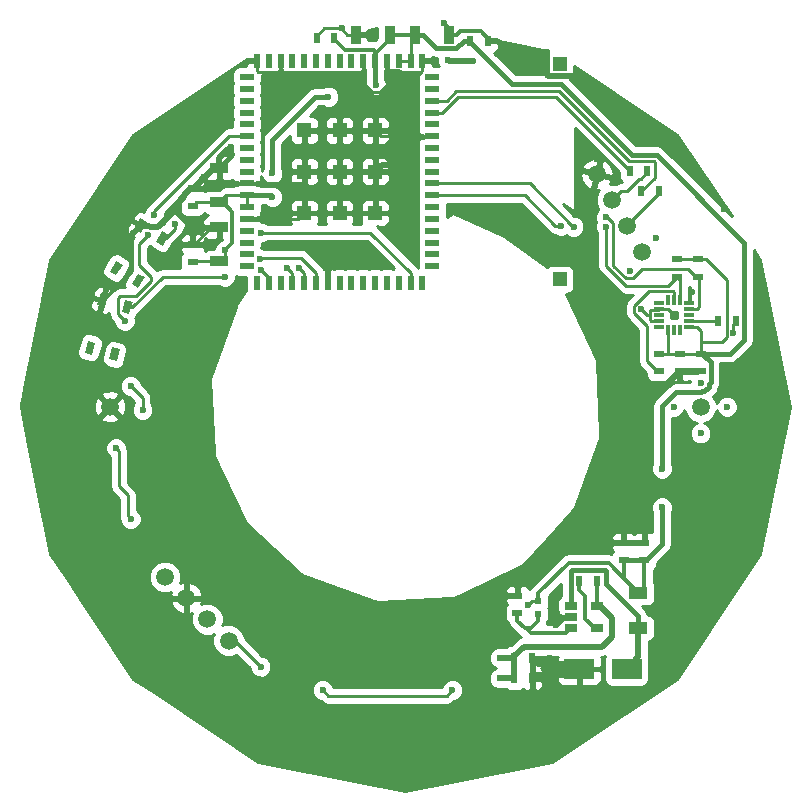
<source format=gbr>
G04 #@! TF.FileFunction,Copper,L1,Top,Signal*
%FSLAX46Y46*%
G04 Gerber Fmt 4.6, Leading zero omitted, Abs format (unit mm)*
G04 Created by KiCad (PCBNEW 4.0.7) date Tuesday, April 03, 2018 'AMt' 10:26:05 AM*
%MOMM*%
%LPD*%
G01*
G04 APERTURE LIST*
%ADD10C,0.100000*%
%ADD11C,0.600000*%
%ADD12R,0.813000X0.305000*%
%ADD13R,0.305000X0.813000*%
%ADD14R,0.599440X0.899160*%
%ADD15R,0.899160X0.599440*%
%ADD16R,0.899160X1.597660*%
%ADD17R,1.597660X0.899160*%
%ADD18R,2.499360X1.699260*%
%ADD19C,1.506220*%
%ADD20R,1.600000X1.000000*%
%ADD21R,0.599440X0.497840*%
%ADD22R,1.060000X0.650000*%
%ADD23R,0.599440X1.198880*%
%ADD24R,1.198880X0.599440*%
%ADD25R,1.198880X1.198880*%
%ADD26C,0.400000*%
%ADD27C,0.250000*%
%ADD28C,0.300000*%
%ADD29C,0.350000*%
%ADD30C,0.450000*%
%ADD31C,0.500000*%
G04 APERTURE END LIST*
D10*
D11*
X84250000Y-77000000D03*
X93500000Y-86000000D03*
X111250000Y-122250000D03*
X111250000Y-120250000D03*
X107000000Y-122000000D03*
X107000000Y-120250000D03*
X116000000Y-89750000D03*
X119000000Y-103000000D03*
X115250000Y-109000000D03*
X83500000Y-72000000D03*
X77000000Y-76500000D03*
X72250000Y-83500000D03*
X68750000Y-90500000D03*
X82250000Y-89750000D03*
X78250000Y-94250000D03*
X67500000Y-98750000D03*
X69000000Y-106750000D03*
X130500000Y-99250000D03*
X129000000Y-107500000D03*
X125750000Y-114750000D03*
X121000000Y-121250000D03*
X114250000Y-126000000D03*
X106750000Y-129000000D03*
X98750000Y-130250000D03*
X90750000Y-129000000D03*
X83250000Y-125750000D03*
X76500000Y-121250000D03*
X71750000Y-114250000D03*
X78500000Y-108000000D03*
X85750000Y-117000000D03*
X94750000Y-119750000D03*
X105750000Y-118750000D03*
X129250000Y-93500000D03*
X128750000Y-86750000D03*
X118000000Y-87500000D03*
X120250000Y-84750000D03*
X126750000Y-92750000D03*
D12*
X120475000Y-91250000D03*
X123025000Y-91250000D03*
X120475000Y-91750000D03*
X120475000Y-92250000D03*
X120475000Y-90750000D03*
X120475000Y-90250000D03*
X123025000Y-90250000D03*
X123025000Y-90750000D03*
X123025000Y-91750000D03*
X123025000Y-92250000D03*
D13*
X121750000Y-92525000D03*
X121250000Y-92525000D03*
X122250000Y-92525000D03*
X122250000Y-89975000D03*
X121750000Y-89975000D03*
X121250000Y-89975000D03*
D11*
X121750000Y-99000000D03*
X124000000Y-97000000D03*
X124000000Y-101250000D03*
X126250000Y-99000000D03*
X71750000Y-99000000D03*
X74000000Y-96750000D03*
X74000000Y-101250000D03*
X92000000Y-77250000D03*
D14*
X108250700Y-122000000D03*
X109749300Y-122000000D03*
X108250700Y-120250000D03*
X109749300Y-120250000D03*
D15*
X119250000Y-111999300D03*
X119250000Y-110500700D03*
X117500000Y-111999300D03*
X117500000Y-110500700D03*
D16*
X97697800Y-67500000D03*
X94802200Y-67500000D03*
D17*
X83250000Y-81697800D03*
X83250000Y-78802200D03*
D14*
X92999300Y-67750000D03*
X91500700Y-67750000D03*
D15*
X81000000Y-81999300D03*
X81000000Y-80500700D03*
D16*
X99802200Y-67500000D03*
X102697800Y-67500000D03*
D17*
X83250000Y-86697800D03*
X83250000Y-83802200D03*
D14*
X104500700Y-68000000D03*
X105999300Y-68000000D03*
D15*
X81000000Y-86749300D03*
X81000000Y-85250700D03*
X124000000Y-94500700D03*
X124000000Y-95999300D03*
X122250000Y-94500700D03*
X122250000Y-95999300D03*
D14*
X125500000Y-91750000D03*
X126998600Y-91750000D03*
D18*
X113743989Y-121205756D03*
X117741949Y-121205756D03*
D19*
X124000000Y-99000000D03*
X74000000Y-99000000D03*
D20*
X118750000Y-117750000D03*
X118750000Y-114750000D03*
D14*
X113750700Y-113750000D03*
X115249300Y-113750000D03*
D21*
X110250000Y-115451360D03*
X110250000Y-116548640D03*
D15*
X108500000Y-116499300D03*
X108500000Y-115000700D03*
D14*
X119499300Y-79000000D03*
X118000700Y-79000000D03*
X120499300Y-80750000D03*
X119000700Y-80750000D03*
D15*
X123750000Y-86500700D03*
X123750000Y-87999300D03*
X122000000Y-86500700D03*
X122000000Y-87999300D03*
X120500000Y-94500700D03*
X120500000Y-95999300D03*
D10*
G36*
X77914078Y-85044565D02*
X78438588Y-84136087D01*
X78999512Y-84459937D01*
X78475002Y-85368415D01*
X77914078Y-85044565D01*
X77914078Y-85044565D01*
G37*
G36*
X75841438Y-88634483D02*
X76365948Y-87726005D01*
X76926872Y-88049855D01*
X76402362Y-88958333D01*
X75841438Y-88634483D01*
X75841438Y-88634483D01*
G37*
G36*
X76053128Y-83970145D02*
X76577638Y-83061667D01*
X77138562Y-83385517D01*
X76614052Y-84293995D01*
X76053128Y-83970145D01*
X76053128Y-83970145D01*
G37*
G36*
X73980488Y-87560063D02*
X74504998Y-86651585D01*
X75065922Y-86975435D01*
X74541412Y-87883913D01*
X73980488Y-87560063D01*
X73980488Y-87560063D01*
G37*
G36*
X75015681Y-90978883D02*
X75287187Y-89965608D01*
X75912817Y-90133245D01*
X75641311Y-91146520D01*
X75015681Y-90978883D01*
X75015681Y-90978883D01*
G37*
G36*
X73942803Y-94982916D02*
X74214309Y-93969641D01*
X74839939Y-94137278D01*
X74568433Y-95150553D01*
X73942803Y-94982916D01*
X73942803Y-94982916D01*
G37*
G36*
X72940061Y-90422722D02*
X73211567Y-89409447D01*
X73837197Y-89577084D01*
X73565691Y-90590359D01*
X72940061Y-90422722D01*
X72940061Y-90422722D01*
G37*
G36*
X71867183Y-94426755D02*
X72138689Y-93413480D01*
X72764319Y-93581117D01*
X72492813Y-94594392D01*
X71867183Y-94426755D01*
X71867183Y-94426755D01*
G37*
D22*
X113050000Y-115850000D03*
X113050000Y-116800000D03*
X113050000Y-117750000D03*
X115250000Y-117750000D03*
X115250000Y-115850000D03*
D23*
X100448280Y-69699440D03*
X99447520Y-69699440D03*
X98449300Y-69699440D03*
X97448540Y-69699440D03*
X96447780Y-69699440D03*
X95449560Y-69699440D03*
X94448800Y-69699440D03*
X93448040Y-69699440D03*
X92449820Y-69699440D03*
X91449060Y-69699440D03*
X90448300Y-69699440D03*
X89447540Y-69699440D03*
X88449320Y-69699440D03*
X87448560Y-69699440D03*
X86447800Y-69699440D03*
D24*
X85599440Y-71098980D03*
X85599440Y-72099740D03*
X85599440Y-73097960D03*
X85599440Y-74098720D03*
X85599440Y-75099480D03*
X85599440Y-76097700D03*
X85599440Y-77098460D03*
X85599440Y-78099220D03*
X85599440Y-79099980D03*
X85599440Y-80098200D03*
X85599440Y-81098960D03*
X85599440Y-82099720D03*
X85599440Y-83097940D03*
X85599440Y-84098700D03*
X85599440Y-85099460D03*
X85599440Y-86097680D03*
X85599440Y-87098440D03*
D23*
X86447800Y-88497980D03*
X87448560Y-88497980D03*
X88449320Y-88497980D03*
X89447540Y-88497980D03*
X90448300Y-88497980D03*
X91449060Y-88497980D03*
X92449820Y-88497980D03*
X93448040Y-88497980D03*
X94448800Y-88497980D03*
X95449560Y-88497980D03*
X96447780Y-88497980D03*
X97448540Y-88497980D03*
X98449300Y-88497980D03*
X99447520Y-88497980D03*
X100448280Y-88497980D03*
D24*
X101299180Y-87098440D03*
X101299180Y-86097680D03*
X101299180Y-85099460D03*
X101299180Y-84098700D03*
X101299180Y-83097940D03*
X101299180Y-82099720D03*
X101299180Y-81098960D03*
X101299180Y-80098200D03*
X101299180Y-79099980D03*
X101299180Y-78099220D03*
X101299180Y-77098460D03*
X101299180Y-76097700D03*
X101299180Y-75099480D03*
X101299180Y-74098720D03*
X101299180Y-73097960D03*
X101299180Y-72099740D03*
X101299180Y-71098980D03*
D25*
X96447780Y-75599860D03*
X93448040Y-75599860D03*
X90448300Y-75599860D03*
X96447780Y-79099980D03*
X93448040Y-79099980D03*
X90448300Y-79099980D03*
X96447780Y-82597560D03*
X93448040Y-82597560D03*
X90448300Y-82597560D03*
X112068780Y-88218580D03*
X112068780Y-69978840D03*
D11*
X95000000Y-80750000D03*
D19*
X119040000Y-85899409D03*
X117770000Y-83699704D03*
X116500000Y-81500000D03*
X115230000Y-79300295D03*
X84046051Y-118796051D03*
X82250000Y-117000000D03*
X80453948Y-115203948D03*
X78657897Y-113407897D03*
D11*
X86750000Y-121000000D03*
X92000000Y-123000000D03*
X103000000Y-123000000D03*
X109401640Y-115750000D03*
X120750000Y-107500000D03*
X120750000Y-104250000D03*
X96500000Y-71750000D03*
X92500000Y-72750000D03*
X87750000Y-79250000D03*
X87750000Y-81250000D03*
X83750000Y-85750000D03*
X86694150Y-86466023D03*
X91750000Y-79500000D03*
X126000000Y-82250000D03*
X98750000Y-71000000D03*
X99250000Y-78500000D03*
X91500000Y-71250000D03*
X93624717Y-66921048D03*
X122250000Y-76750000D03*
X102250000Y-66500000D03*
X121750000Y-91249998D03*
X121000000Y-97250000D03*
X114250000Y-71250000D03*
X111000000Y-69000000D03*
X107250000Y-68500000D03*
X111750000Y-117500000D03*
X119000000Y-90750000D03*
X123250000Y-89250000D03*
X115000000Y-80750000D03*
X115250000Y-78000000D03*
X90000000Y-87250000D03*
X92250000Y-87250000D03*
X102583296Y-69610368D03*
X104750000Y-69750000D03*
X88999998Y-87250000D03*
X112183051Y-83683051D03*
X116003147Y-82949994D03*
X113250000Y-83750004D03*
X116000000Y-83749994D03*
X79500000Y-83500000D03*
X86750000Y-84250000D03*
X83750000Y-88000000D03*
X86750631Y-87398547D03*
X77750000Y-82750000D03*
X75750000Y-97250000D03*
X74500000Y-102500006D03*
X75750000Y-108500000D03*
X76758948Y-99252982D03*
X75250000Y-91750000D03*
X77250000Y-84500000D03*
D26*
X120750000Y-104250000D02*
X120750000Y-98963998D01*
X120750000Y-98963998D02*
X121963998Y-97750000D01*
X124086001Y-97700001D02*
X124336001Y-97700001D01*
X121963998Y-97750000D02*
X124036002Y-97750000D01*
X124036002Y-97750000D02*
X124086001Y-97700001D01*
X124336001Y-97700001D02*
X124700001Y-97336001D01*
X124700001Y-97336001D02*
X124700001Y-97086001D01*
X124849581Y-96936421D02*
X124849580Y-95200420D01*
X124700001Y-97086001D02*
X124849581Y-96936421D01*
X124849580Y-95200420D02*
X124149860Y-94500700D01*
X124149860Y-94500700D02*
X124000000Y-94500700D01*
D27*
X86750000Y-121000000D02*
X84546051Y-118796051D01*
X84546051Y-118796051D02*
X84046051Y-118796051D01*
X102500000Y-123500000D02*
X92500000Y-123500000D01*
X92500000Y-123500000D02*
X92000000Y-123000000D01*
X103000000Y-123000000D02*
X102500000Y-123500000D01*
X110250000Y-115451360D02*
X109700280Y-115451360D01*
X109700280Y-115451360D02*
X109401640Y-115750000D01*
D28*
X83750000Y-85750000D02*
X84373831Y-85126169D01*
X84373831Y-82472381D02*
X83599250Y-81697800D01*
X84373831Y-85126169D02*
X84373831Y-82472381D01*
D27*
X83599250Y-81697800D02*
X83250000Y-81697800D01*
D26*
X120750000Y-110649160D02*
X120750000Y-107500000D01*
X119399860Y-111999300D02*
X120750000Y-110649160D01*
X119250000Y-111999300D02*
X119399860Y-111999300D01*
D27*
X122250000Y-94500700D02*
X120500000Y-94500700D01*
D26*
X104500700Y-68149860D02*
X104500700Y-68000000D01*
X112178290Y-71678292D02*
X108029132Y-71678292D01*
X120276487Y-77700408D02*
X118200406Y-77700408D01*
X127700001Y-93336001D02*
X127700001Y-85123922D01*
X108029132Y-71678292D02*
X104500700Y-68149860D01*
X126535302Y-94500700D02*
X127700001Y-93336001D01*
X124000000Y-94500700D02*
X126535302Y-94500700D01*
X118200406Y-77700408D02*
X112178290Y-71678292D01*
X127700001Y-85123922D02*
X120276487Y-77700408D01*
X117500000Y-111999300D02*
X119250000Y-111999300D01*
X96447780Y-69699440D02*
X96447780Y-71697780D01*
X96447780Y-71697780D02*
X96500000Y-71750000D01*
X87750000Y-79250000D02*
X87750000Y-76379278D01*
X87750000Y-76379278D02*
X91379278Y-72750000D01*
X91379278Y-72750000D02*
X92500000Y-72750000D01*
X85599440Y-81098960D02*
X87598960Y-81098960D01*
X87598960Y-81098960D02*
X87750000Y-81250000D01*
D27*
X126250000Y-93084302D02*
X126250000Y-88301120D01*
X123025000Y-92250000D02*
X123681500Y-92250000D01*
X123681500Y-92250000D02*
X124000000Y-92568500D01*
X124000000Y-92568500D02*
X124000000Y-93500000D01*
X121250000Y-92525000D02*
X121250000Y-94500700D01*
X123750000Y-86500700D02*
X122000000Y-86500700D01*
X123750000Y-86500700D02*
X124449580Y-86500700D01*
X124449580Y-86500700D02*
X126250000Y-88301120D01*
X126250000Y-93084302D02*
X125834302Y-93500000D01*
X125834302Y-93500000D02*
X124000000Y-93500000D01*
X124000000Y-93500000D02*
X124000000Y-93950980D01*
X123649860Y-86500700D02*
X123500000Y-86500700D01*
X123025000Y-92250000D02*
X123279000Y-92250000D01*
X124000000Y-93950980D02*
X124000000Y-94500700D01*
X120500000Y-94500700D02*
X121250000Y-94500700D01*
X121250000Y-94500700D02*
X124000000Y-94500700D01*
D29*
X110250000Y-114807499D02*
X110250000Y-115451360D01*
X112832091Y-112225408D02*
X110250000Y-114807499D01*
X118750000Y-114750000D02*
X116225408Y-112225408D01*
X116225408Y-112225408D02*
X112832091Y-112225408D01*
X119250000Y-111999300D02*
X119250000Y-114250000D01*
X119250000Y-114250000D02*
X118750000Y-114750000D01*
X117500000Y-111999300D02*
X117500000Y-113500000D01*
X117500000Y-113500000D02*
X118750000Y-114750000D01*
X99802200Y-67500000D02*
X97697800Y-67500000D01*
D27*
X98449300Y-69699440D02*
X99447520Y-69699440D01*
X83250000Y-81697800D02*
X81301500Y-81697800D01*
X81301500Y-81697800D02*
X81000000Y-81999300D01*
X85599440Y-82099720D02*
X85599440Y-81098960D01*
X85599440Y-81098960D02*
X83848840Y-81098960D01*
X83848840Y-81098960D02*
X83250000Y-81697800D01*
D30*
X99802200Y-67500000D02*
X100501780Y-67500000D01*
X103950980Y-68000000D02*
X104500700Y-68000000D01*
X103327149Y-68623831D02*
X103950980Y-68000000D01*
X100501780Y-67500000D02*
X101625611Y-68623831D01*
X101625611Y-68623831D02*
X103327149Y-68623831D01*
D27*
X99447520Y-69699440D02*
X99447520Y-67854680D01*
X99447520Y-67854680D02*
X99802200Y-67500000D01*
X98449300Y-69699440D02*
X98449300Y-69399720D01*
X99802200Y-68046820D02*
X99802200Y-67500000D01*
X92999300Y-67750000D02*
X92999300Y-67899860D01*
D29*
X92999300Y-67899860D02*
X93874439Y-68774999D01*
X96447780Y-68850000D02*
X96447780Y-69699440D01*
X96372779Y-68774999D02*
X96447780Y-68850000D01*
X93874439Y-68774999D02*
X96372779Y-68774999D01*
D27*
X97697800Y-67500000D02*
X97697800Y-67849250D01*
D29*
X97697800Y-67849250D02*
X96447780Y-69099270D01*
X96447780Y-69099270D02*
X96447780Y-69699440D01*
D27*
X91449060Y-88497980D02*
X91449060Y-87648540D01*
X91449060Y-87648540D02*
X90175518Y-86374998D01*
X90175518Y-86374998D02*
X86785175Y-86374998D01*
X86785175Y-86374998D02*
X86694150Y-86466023D01*
X83250000Y-86697800D02*
X81051500Y-86697800D01*
X81051500Y-86697800D02*
X81000000Y-86749300D01*
X83750000Y-85750000D02*
X83750000Y-86197800D01*
X83750000Y-86197800D02*
X83250000Y-86697800D01*
D31*
X77317829Y-83677831D02*
X76595845Y-83677831D01*
X77389999Y-83750001D02*
X77317829Y-83677831D01*
X78110001Y-83750001D02*
X77389999Y-83750001D01*
X79250000Y-82610002D02*
X78110001Y-83750001D01*
X79250000Y-82250700D02*
X79250000Y-82610002D01*
X83950001Y-77299999D02*
X83902621Y-77299999D01*
X84250000Y-77000000D02*
X83950001Y-77299999D01*
X83250000Y-77952620D02*
X83250000Y-78802200D01*
X83902621Y-77299999D02*
X83250000Y-77952620D01*
D26*
X84250000Y-77000000D02*
X84250000Y-77802200D01*
X84250000Y-77802200D02*
X83250000Y-78802200D01*
D31*
X98750000Y-71000000D02*
X98450001Y-70700001D01*
X97599661Y-70700001D02*
X97448540Y-70548880D01*
X98450001Y-70700001D02*
X97599661Y-70700001D01*
D27*
X100448280Y-70548880D02*
X100000000Y-70997160D01*
D31*
X99250000Y-78500000D02*
X97047760Y-78500000D01*
X97047760Y-78500000D02*
X96447780Y-79099980D01*
D27*
X93578039Y-66975419D02*
X93624717Y-66921048D01*
X93624717Y-66921048D02*
X92125421Y-66975419D01*
D29*
X102697800Y-67500000D02*
X102697800Y-66947800D01*
X102697800Y-66947800D02*
X102250000Y-66500000D01*
D27*
X126750000Y-92750000D02*
X126750000Y-91998600D01*
X126750000Y-91998600D02*
X126998600Y-91750000D01*
X121250002Y-90750000D02*
X121750000Y-91249998D01*
X120475000Y-90750000D02*
X121250002Y-90750000D01*
D31*
X124000000Y-95999300D02*
X122250000Y-95999300D01*
X122250000Y-95999300D02*
X122250000Y-96000000D01*
X122250000Y-96000000D02*
X121000000Y-97250000D01*
X111000000Y-70250000D02*
X111019339Y-70250000D01*
X111019339Y-70250000D02*
X111019339Y-70938281D01*
X111019339Y-70938281D02*
X111109339Y-71028281D01*
X111109339Y-71028281D02*
X114028281Y-71028281D01*
X114028281Y-71028281D02*
X114250000Y-71250000D01*
X111000000Y-69000000D02*
X111000000Y-70250000D01*
X105999300Y-68000000D02*
X106750000Y-68000000D01*
X106750000Y-68000000D02*
X107250000Y-68500000D01*
D26*
X112450000Y-116800000D02*
X111750000Y-117500000D01*
X113050000Y-116800000D02*
X112450000Y-116800000D01*
D31*
X110249300Y-120750000D02*
X111250000Y-120750000D01*
X111250000Y-120750000D02*
X113288233Y-120750000D01*
X111250000Y-120250000D02*
X111250000Y-120750000D01*
X113199745Y-121750000D02*
X111250000Y-121750000D01*
X111250000Y-121750000D02*
X109999300Y-121750000D01*
X111250000Y-122250000D02*
X111250000Y-121750000D01*
D27*
X119500000Y-91250000D02*
X119000000Y-90750000D01*
X119743499Y-91250000D02*
X119500000Y-91250000D01*
X123025000Y-89475000D02*
X123250000Y-89250000D01*
X90448300Y-87698300D02*
X90000000Y-87250000D01*
X90448300Y-88497980D02*
X90448300Y-87698300D01*
X97448540Y-71726464D02*
X97448540Y-70548880D01*
X96800002Y-72375002D02*
X97448540Y-71726464D01*
X95449560Y-71624564D02*
X96199998Y-72375002D01*
X95449560Y-70548880D02*
X95449560Y-71624564D01*
X96199998Y-72375002D02*
X96800002Y-72375002D01*
X123025000Y-90250000D02*
X123025000Y-89475000D01*
X119743499Y-90837499D02*
X119743499Y-91250000D01*
X119743499Y-91250000D02*
X119743499Y-91662501D01*
X119743499Y-91662501D02*
X119808499Y-91727501D01*
X119808499Y-90772499D02*
X119743499Y-90837499D01*
X120452501Y-90772499D02*
X119808499Y-90772499D01*
X120452501Y-91727501D02*
X120475000Y-91750000D01*
X120475000Y-90750000D02*
X120452501Y-90772499D01*
X119808499Y-91727501D02*
X120452501Y-91727501D01*
D31*
X109749300Y-120250000D02*
X110249300Y-120750000D01*
X113288233Y-120750000D02*
X113743989Y-121205756D01*
X113743989Y-121205756D02*
X113199745Y-121750000D01*
X109999300Y-121750000D02*
X109749300Y-122000000D01*
D27*
X75900000Y-87488532D02*
X75900000Y-84373676D01*
D31*
X75900000Y-84373676D02*
X76595845Y-83677831D01*
D27*
X73388629Y-89999903D02*
X75900000Y-87488532D01*
D31*
X79250000Y-82250700D02*
X80300420Y-81200280D01*
X80300420Y-81050420D02*
X80850140Y-80500700D01*
X80300420Y-81200280D02*
X80300420Y-81050420D01*
D27*
X81000000Y-85250700D02*
X81000000Y-84000700D01*
X81000000Y-84000700D02*
X79250000Y-82250700D01*
X80850140Y-80500700D02*
X81000000Y-80500700D01*
X92250000Y-87250000D02*
X92250000Y-88298160D01*
X92250000Y-88298160D02*
X92449820Y-88497980D01*
X88524321Y-70623881D02*
X93500000Y-70623881D01*
X88449320Y-70548880D02*
X88524321Y-70623881D01*
X93500000Y-70623881D02*
X95374559Y-70623881D01*
X93448040Y-75599860D02*
X93448040Y-70675841D01*
X93448040Y-70675841D02*
X93500000Y-70623881D01*
X95374559Y-70623881D02*
X95449560Y-70548880D01*
X86447800Y-69699440D02*
X86447800Y-70548880D01*
X86447800Y-70548880D02*
X86522801Y-70623881D01*
X86522801Y-70623881D02*
X88374319Y-70623881D01*
X88374319Y-70623881D02*
X88449320Y-70548880D01*
X88449320Y-70548880D02*
X88449320Y-69699440D01*
X85599440Y-83097940D02*
X89947920Y-83097940D01*
X89947920Y-83097940D02*
X90448300Y-82597560D01*
X85599440Y-80098200D02*
X90299520Y-80098200D01*
X90299520Y-80098200D02*
X90448300Y-79949420D01*
X90448300Y-79949420D02*
X90448300Y-79099980D01*
X90448300Y-79099980D02*
X96447780Y-79099980D01*
X93448040Y-75599860D02*
X93448040Y-82597560D01*
X96447780Y-82597560D02*
X96447780Y-75599860D01*
X90448300Y-82597560D02*
X96447780Y-82597560D01*
X90448300Y-75599860D02*
X90448300Y-76449300D01*
X90448300Y-76449300D02*
X90448300Y-82597560D01*
X93448040Y-75599860D02*
X92598600Y-75599860D01*
X92598600Y-75599860D02*
X90448300Y-75599860D01*
X96447780Y-75599860D02*
X93448040Y-75599860D01*
X101299180Y-76097700D02*
X96945620Y-76097700D01*
X96945620Y-76097700D02*
X96447780Y-75599860D01*
X97448540Y-70548880D02*
X97523541Y-70623881D01*
X97523541Y-70623881D02*
X100373279Y-70623881D01*
X100373279Y-70623881D02*
X100448280Y-70548880D01*
X100448280Y-70548880D02*
X100448280Y-69699440D01*
X95449560Y-69699440D02*
X95449560Y-70548880D01*
X97448540Y-70548880D02*
X97448540Y-69699440D01*
D29*
X102697800Y-67500000D02*
X103397380Y-67500000D01*
X105374579Y-67225419D02*
X105999300Y-67850140D01*
X103671961Y-67225419D02*
X105374579Y-67225419D01*
X103397380Y-67500000D02*
X103671961Y-67225419D01*
D27*
X105999300Y-67850140D02*
X105999300Y-68000000D01*
X94802200Y-67500000D02*
X94102620Y-67500000D01*
X94102620Y-67500000D02*
X93578039Y-66975419D01*
X92125421Y-66975419D02*
X91500700Y-67600140D01*
X91500700Y-67600140D02*
X91500700Y-67750000D01*
X83250000Y-83802200D02*
X82598360Y-83802200D01*
X82598360Y-83802200D02*
X81149860Y-85250700D01*
X81149860Y-85250700D02*
X81000000Y-85250700D01*
X83250000Y-78802200D02*
X82848360Y-78802200D01*
D31*
X82848360Y-78802200D02*
X81149860Y-80500700D01*
D27*
X81149860Y-80500700D02*
X81000000Y-80500700D01*
D31*
X104750000Y-69750000D02*
X102722928Y-69750000D01*
X102722928Y-69750000D02*
X102583296Y-69610368D01*
X108250700Y-122000000D02*
X107000000Y-122000000D01*
X108250700Y-120250000D02*
X107000000Y-120250000D01*
X115250000Y-115850000D02*
X115455000Y-115850000D01*
X115455000Y-115850000D02*
X116500000Y-116895000D01*
X116500000Y-116895000D02*
X116500000Y-118500000D01*
X116500000Y-118500000D02*
X115699580Y-119300420D01*
X115699580Y-119300420D02*
X109050420Y-119300420D01*
X109050420Y-119300420D02*
X108250700Y-120100140D01*
X108250700Y-120100140D02*
X108250700Y-120250000D01*
D29*
X115249300Y-113750000D02*
X115249300Y-115849300D01*
X115249300Y-115849300D02*
X115250000Y-115850000D01*
D31*
X108250700Y-122000000D02*
X108250700Y-120250000D01*
D27*
X89447540Y-88497980D02*
X89447540Y-87697542D01*
X89447540Y-87697542D02*
X88999998Y-87250000D01*
X101299180Y-81098960D02*
X109098960Y-81098960D01*
X109098960Y-81098960D02*
X111683051Y-83683051D01*
X111683051Y-83683051D02*
X112183051Y-83683051D01*
X123750000Y-87999300D02*
X123600140Y-87999300D01*
X119050423Y-87374579D02*
X118300001Y-88125001D01*
X118300001Y-88125001D02*
X117699998Y-88125001D01*
X122975419Y-87374579D02*
X119050423Y-87374579D01*
X123600140Y-87999300D02*
X122975419Y-87374579D01*
X116124996Y-82949994D02*
X116003147Y-82949994D01*
X116625001Y-83449999D02*
X116124996Y-82949994D01*
X117699998Y-88125001D02*
X116625001Y-87050004D01*
X116625001Y-87050004D02*
X116625001Y-83449999D01*
X123681500Y-90750000D02*
X123025000Y-90750000D01*
X123875002Y-90556498D02*
X123681500Y-90750000D01*
X123750000Y-87999300D02*
X123875002Y-88124302D01*
X123875002Y-88124302D02*
X123875002Y-90556498D01*
X113175006Y-83750004D02*
X113250000Y-83750004D01*
X101299180Y-80098200D02*
X109523202Y-80098200D01*
X109523202Y-80098200D02*
X113175006Y-83750004D01*
X122000000Y-87999300D02*
X121249300Y-88750000D01*
X121249300Y-88750000D02*
X117688586Y-88750000D01*
X117688586Y-88750000D02*
X116000000Y-87061414D01*
X116000000Y-87061414D02*
X116000000Y-83749994D01*
X122250000Y-89975000D02*
X122250000Y-88249300D01*
X122250000Y-88249300D02*
X122000000Y-87999300D01*
X79500000Y-83500000D02*
X79500000Y-83959046D01*
X79500000Y-83959046D02*
X78716795Y-84742251D01*
X99447520Y-88497980D02*
X99447520Y-87648540D01*
X99447520Y-87648540D02*
X96048980Y-84250000D01*
X96048980Y-84250000D02*
X86750000Y-84250000D01*
X75900676Y-90556064D02*
X78456740Y-88000000D01*
X78456740Y-88000000D02*
X83750000Y-88000000D01*
X75464249Y-90556064D02*
X75900676Y-90556064D01*
X87448560Y-88497980D02*
X87448560Y-88096476D01*
X87448560Y-88096476D02*
X86750631Y-87398547D01*
D31*
X118750000Y-117750000D02*
X118750000Y-120197705D01*
X118750000Y-120197705D02*
X117741949Y-121205756D01*
D26*
X113000000Y-112941398D02*
X113000000Y-114975000D01*
X113090979Y-112850419D02*
X113000000Y-112941398D01*
X118750000Y-116750000D02*
X115999021Y-113999021D01*
X115999021Y-112940419D02*
X115909021Y-112850419D01*
X118750000Y-117750000D02*
X118750000Y-116750000D01*
X115909021Y-112850419D02*
X113090979Y-112850419D01*
X115999021Y-113999021D02*
X115999021Y-112940419D01*
X113050000Y-115025000D02*
X113050000Y-115850000D01*
X113000000Y-114975000D02*
X113050000Y-115025000D01*
D27*
X125500000Y-91750000D02*
X123025000Y-91750000D01*
X120499300Y-80750000D02*
X120499300Y-80899860D01*
X120499300Y-80899860D02*
X117770000Y-83629160D01*
X117770000Y-83629160D02*
X117770000Y-83699704D01*
X116500000Y-81500000D02*
X117253109Y-80746891D01*
X117253109Y-80746891D02*
X117752409Y-80746891D01*
X117752409Y-80746891D02*
X118799720Y-79699580D01*
X118949580Y-79699580D02*
X119499300Y-79149860D01*
X118799720Y-79699580D02*
X118949580Y-79699580D01*
X119499300Y-79149860D02*
X119499300Y-79000000D01*
D29*
X113750700Y-113750000D02*
X113750700Y-114549580D01*
X113750700Y-114549580D02*
X114250000Y-115048880D01*
X114250000Y-115048880D02*
X114250000Y-116955000D01*
X114250000Y-116955000D02*
X115045000Y-117750000D01*
X115045000Y-117750000D02*
X115250000Y-117750000D01*
X112624999Y-118175001D02*
X113050000Y-117750000D01*
X109250000Y-117750000D02*
X109675001Y-118175001D01*
X109675001Y-118175001D02*
X112624999Y-118175001D01*
X109100980Y-117750000D02*
X109250000Y-117750000D01*
X110250000Y-116548640D02*
X110250000Y-117147560D01*
X110250000Y-117147560D02*
X109647560Y-117750000D01*
X109647560Y-117750000D02*
X109250000Y-117750000D01*
X108500000Y-116499300D02*
X108500000Y-117149020D01*
X108500000Y-117149020D02*
X109100980Y-117750000D01*
D27*
X118000700Y-79000000D02*
X111750700Y-72750000D01*
X102148620Y-74098720D02*
X101299180Y-74098720D01*
X103497340Y-72750000D02*
X102148620Y-74098720D01*
X111750700Y-72750000D02*
X103497340Y-72750000D01*
X103310940Y-72299989D02*
X102512969Y-73097960D01*
X112057512Y-72299989D02*
X103310940Y-72299989D01*
X120059021Y-78225419D02*
X117982942Y-78225419D01*
X117982942Y-78225419D02*
X112057512Y-72299989D01*
X120124021Y-78290419D02*
X120059021Y-78225419D01*
X120124021Y-79626679D02*
X120124021Y-78290419D01*
X119000700Y-80750000D02*
X120124021Y-79626679D01*
X102512969Y-73097960D02*
X101299180Y-73097960D01*
X121750000Y-89318500D02*
X121750000Y-89975000D01*
X118374998Y-90449998D02*
X119624985Y-89200011D01*
X119500000Y-95149160D02*
X119500000Y-92175004D01*
X120350140Y-95999300D02*
X119500000Y-95149160D01*
X119500000Y-92175004D02*
X118374998Y-91050002D01*
X120500000Y-95999300D02*
X120350140Y-95999300D01*
X121631511Y-89200011D02*
X121750000Y-89318500D01*
X118374998Y-91050002D02*
X118374998Y-90449998D01*
X119624985Y-89200011D02*
X121631511Y-89200011D01*
X84068698Y-76097700D02*
X77750000Y-82416398D01*
X77750000Y-82416398D02*
X77750000Y-82750000D01*
X85599440Y-76097700D02*
X84068698Y-76097700D01*
X76758948Y-99252982D02*
X76758948Y-98258948D01*
X76758948Y-98258948D02*
X75750000Y-97250000D01*
X74750000Y-102750006D02*
X74500000Y-102500006D01*
X74750000Y-105750000D02*
X74750000Y-102750006D01*
X75500000Y-106500000D02*
X74750000Y-105750000D01*
X75750000Y-108500000D02*
X75500000Y-108250000D01*
X75500000Y-108250000D02*
X75500000Y-106500000D01*
X74859402Y-89640598D02*
X74690671Y-89809329D01*
X74690671Y-89809329D02*
X74690671Y-91190671D01*
X74690671Y-91190671D02*
X75250000Y-91750000D01*
X77500000Y-88000000D02*
X77500000Y-88320329D01*
X77500000Y-88320329D02*
X76179731Y-89640598D01*
X76179731Y-89640598D02*
X74859402Y-89640598D01*
X76500000Y-87000000D02*
X77500000Y-88000000D01*
X76500000Y-85250000D02*
X76500000Y-87000000D01*
X77250000Y-84500000D02*
X76500000Y-85250000D01*
G36*
X85679330Y-69574440D02*
X86322800Y-69574440D01*
X86322800Y-69554440D01*
X86511596Y-69554440D01*
X86511596Y-69844440D01*
X86322800Y-69844440D01*
X86322800Y-69824440D01*
X85679330Y-69824440D01*
X85523080Y-69980690D01*
X85523080Y-70162016D01*
X85000000Y-70162016D01*
X84768389Y-70205597D01*
X84555668Y-70342479D01*
X84412962Y-70551336D01*
X84362756Y-70799260D01*
X84362756Y-71398700D01*
X84401899Y-71606726D01*
X84362756Y-71800020D01*
X84362756Y-72399460D01*
X84401651Y-72606169D01*
X84362756Y-72798240D01*
X84362756Y-73397680D01*
X84401899Y-73605706D01*
X84362756Y-73799000D01*
X84362756Y-74398440D01*
X84401899Y-74606466D01*
X84362756Y-74799760D01*
X84362756Y-75347700D01*
X84068698Y-75347700D01*
X83781685Y-75404790D01*
X83538368Y-75567370D01*
X77219670Y-81886068D01*
X77057090Y-82129385D01*
X77055772Y-82136009D01*
X76966280Y-82225345D01*
X76852730Y-82498804D01*
X76782473Y-82458241D01*
X76535960Y-82425786D01*
X76295792Y-82490140D01*
X76098532Y-82641503D01*
X75974212Y-82856831D01*
X75914742Y-82959836D01*
X75971933Y-83173278D01*
X76550092Y-83507078D01*
X76560092Y-83489757D01*
X76776598Y-83614757D01*
X76766598Y-83632078D01*
X76783919Y-83642078D01*
X76746272Y-83707285D01*
X76726714Y-83715366D01*
X76596317Y-83845535D01*
X76415092Y-83740905D01*
X76425092Y-83723584D01*
X75846933Y-83389784D01*
X75633492Y-83446976D01*
X75574022Y-83549981D01*
X75449702Y-83765309D01*
X75417248Y-84011823D01*
X75481600Y-84251992D01*
X75632963Y-84449251D01*
X75777520Y-84532711D01*
X75990959Y-84475520D01*
X75912835Y-84610835D01*
X76017866Y-84671474D01*
X75969670Y-84719670D01*
X75807090Y-84962987D01*
X75750000Y-85250000D01*
X75750000Y-87000000D01*
X75807090Y-87287013D01*
X75855886Y-87360042D01*
X75814079Y-87407383D01*
X75289569Y-88315861D01*
X75211505Y-88538232D01*
X75223688Y-88790894D01*
X75271579Y-88890598D01*
X74859402Y-88890598D01*
X74572389Y-88947688D01*
X74388845Y-89070329D01*
X74329072Y-89110268D01*
X74297132Y-89142208D01*
X74119043Y-89005557D01*
X73957811Y-88962354D01*
X73766444Y-89072840D01*
X73541722Y-89911515D01*
X73561040Y-89916691D01*
X73496335Y-90158172D01*
X73477017Y-90152996D01*
X73252295Y-90991671D01*
X73362781Y-91183037D01*
X73524013Y-91226239D01*
X73770526Y-91193786D01*
X73940671Y-91095552D01*
X73940671Y-91190671D01*
X73997761Y-91477684D01*
X74160341Y-91721001D01*
X74324882Y-91885542D01*
X74324840Y-91933187D01*
X74465366Y-92273286D01*
X74725345Y-92533720D01*
X75065199Y-92674839D01*
X75433187Y-92675160D01*
X75773286Y-92534634D01*
X76033720Y-92274655D01*
X76174839Y-91934801D01*
X76175160Y-91566813D01*
X76154584Y-91517015D01*
X76256841Y-91311451D01*
X76292313Y-91179066D01*
X76431006Y-91086394D01*
X78767400Y-88750000D01*
X83191684Y-88750000D01*
X83225345Y-88783720D01*
X83565199Y-88924839D01*
X83933187Y-88925160D01*
X84273286Y-88784634D01*
X84533720Y-88524655D01*
X84674839Y-88184801D01*
X84675059Y-87932575D01*
X84752076Y-87985198D01*
X85000000Y-88035404D01*
X85510836Y-88035404D01*
X85510836Y-89097420D01*
X85521636Y-89154818D01*
X84710470Y-90369476D01*
X84677825Y-90448343D01*
X84633844Y-90521492D01*
X82523268Y-96394455D01*
X82482817Y-96664569D01*
X82780386Y-102898162D01*
X82780386Y-102898163D01*
X82846383Y-103163195D01*
X85506793Y-108808411D01*
X85669189Y-109028013D01*
X85669192Y-109028015D01*
X90287417Y-113225414D01*
X90287419Y-113225417D01*
X90521492Y-113366156D01*
X96394455Y-115476732D01*
X96664569Y-115517183D01*
X102898162Y-115219614D01*
X102898163Y-115219614D01*
X103163195Y-115153617D01*
X104387460Y-114576660D01*
X107425420Y-114576660D01*
X107425420Y-114719450D01*
X107581670Y-114875700D01*
X108375000Y-114875700D01*
X108375000Y-114232230D01*
X108218750Y-114075980D01*
X107926100Y-114075980D01*
X107696386Y-114171131D01*
X107520570Y-114346946D01*
X107425420Y-114576660D01*
X104387460Y-114576660D01*
X108808411Y-112493207D01*
X109028013Y-112330811D01*
X109028015Y-112330808D01*
X111076758Y-110076660D01*
X116425420Y-110076660D01*
X116425420Y-110219450D01*
X116581670Y-110375700D01*
X117375000Y-110375700D01*
X117375000Y-109732230D01*
X117625000Y-109732230D01*
X117625000Y-110375700D01*
X119125000Y-110375700D01*
X119125000Y-109732230D01*
X118968750Y-109575980D01*
X118676100Y-109575980D01*
X118446386Y-109671131D01*
X118375000Y-109742517D01*
X118303614Y-109671131D01*
X118073900Y-109575980D01*
X117781250Y-109575980D01*
X117625000Y-109732230D01*
X117375000Y-109732230D01*
X117218750Y-109575980D01*
X116926100Y-109575980D01*
X116696386Y-109671131D01*
X116520570Y-109846946D01*
X116425420Y-110076660D01*
X111076758Y-110076660D01*
X113225414Y-107712583D01*
X113225417Y-107712581D01*
X113366156Y-107478508D01*
X115476732Y-101605545D01*
X115517183Y-101335431D01*
X115517183Y-101335430D01*
X115219614Y-95101838D01*
X115212827Y-95074580D01*
X115153617Y-94836805D01*
X112617468Y-89455264D01*
X112668220Y-89455264D01*
X112899831Y-89411683D01*
X113112552Y-89274801D01*
X113255258Y-89065944D01*
X113305464Y-88818020D01*
X113305464Y-87619140D01*
X113261883Y-87387529D01*
X113125001Y-87174808D01*
X112916144Y-87032102D01*
X112668220Y-86981896D01*
X111469340Y-86981896D01*
X111237729Y-87025477D01*
X111025008Y-87162359D01*
X111008294Y-87186821D01*
X107373602Y-84538967D01*
X107350298Y-84525566D01*
X103050298Y-82635566D01*
X103026205Y-82627778D01*
X102976590Y-82627212D01*
X102930662Y-82645994D01*
X102535864Y-82909193D01*
X102535864Y-82798220D01*
X102496969Y-82591511D01*
X102535864Y-82399440D01*
X102535864Y-81848960D01*
X108788300Y-81848960D01*
X111152721Y-84213381D01*
X111396039Y-84375962D01*
X111610287Y-84418578D01*
X111658396Y-84466771D01*
X111998250Y-84607890D01*
X112366238Y-84608211D01*
X112673122Y-84481409D01*
X112725345Y-84533724D01*
X113065199Y-84674843D01*
X113433187Y-84675164D01*
X113773286Y-84534638D01*
X114033720Y-84274659D01*
X114174839Y-83934805D01*
X114175160Y-83566817D01*
X114034634Y-83226718D01*
X113774655Y-82966284D01*
X113434801Y-82825165D01*
X113310719Y-82825057D01*
X112330973Y-81845311D01*
X113154080Y-82356205D01*
X113216547Y-82374952D01*
X113265432Y-82366451D01*
X113307159Y-82339601D01*
X113335152Y-82298632D01*
X113345000Y-82250000D01*
X113345000Y-79278319D01*
X113825063Y-79278319D01*
X113923597Y-79817638D01*
X114221019Y-80278197D01*
X114546563Y-80527994D01*
X114787654Y-80468190D01*
X115076907Y-79388683D01*
X114417170Y-79211907D01*
X115383093Y-79211907D01*
X116462600Y-79501160D01*
X116634937Y-79322271D01*
X116536403Y-78782952D01*
X116238981Y-78322393D01*
X115913437Y-78072596D01*
X115672346Y-78132400D01*
X115383093Y-79211907D01*
X114417170Y-79211907D01*
X113997400Y-79099430D01*
X113825063Y-79278319D01*
X113345000Y-79278319D01*
X113345000Y-78616858D01*
X114002301Y-78616858D01*
X114062105Y-78857949D01*
X115141612Y-79147202D01*
X115430865Y-78067695D01*
X115251976Y-77895358D01*
X114712657Y-77993892D01*
X114252098Y-78291314D01*
X114002301Y-78616858D01*
X113345000Y-78616858D01*
X113345000Y-75430000D01*
X113341745Y-75401705D01*
X117063736Y-79123696D01*
X117063736Y-79449580D01*
X117107317Y-79681191D01*
X117244199Y-79893912D01*
X117394914Y-79996891D01*
X117253109Y-79996891D01*
X116966096Y-80053981D01*
X116830079Y-80144865D01*
X116775326Y-80122130D01*
X116351787Y-80121760D01*
X116457699Y-79983732D01*
X116397895Y-79742641D01*
X115648261Y-79541777D01*
X115420920Y-79314436D01*
X115244141Y-79491215D01*
X115294704Y-79541778D01*
X115029135Y-80532895D01*
X115208024Y-80705232D01*
X115376311Y-80674486D01*
X115332376Y-80718344D01*
X115122130Y-81224674D01*
X115121651Y-81772920D01*
X115331014Y-82279617D01*
X115348179Y-82296812D01*
X115219427Y-82425339D01*
X115078308Y-82765193D01*
X115077987Y-83133181D01*
X115166049Y-83346308D01*
X115075161Y-83565193D01*
X115074840Y-83933181D01*
X115215366Y-84273280D01*
X115250000Y-84307975D01*
X115250000Y-87061414D01*
X115307090Y-87348427D01*
X115469670Y-87591744D01*
X117158256Y-89280330D01*
X117401573Y-89442910D01*
X117688586Y-89500000D01*
X118264336Y-89500000D01*
X117844668Y-89919668D01*
X117682088Y-90162985D01*
X117624998Y-90449998D01*
X117624998Y-91050002D01*
X117682088Y-91337015D01*
X117844668Y-91580332D01*
X118750000Y-92485664D01*
X118750000Y-95149160D01*
X118807090Y-95436173D01*
X118969670Y-95679490D01*
X119413176Y-96122996D01*
X119413176Y-96299020D01*
X119456757Y-96530631D01*
X119593639Y-96743352D01*
X119802496Y-96886058D01*
X120050420Y-96936264D01*
X120949580Y-96936264D01*
X121181191Y-96892683D01*
X121381381Y-96763864D01*
X121446386Y-96828869D01*
X121676100Y-96924020D01*
X121968750Y-96924020D01*
X122125000Y-96767770D01*
X122125000Y-96124300D01*
X122105000Y-96124300D01*
X122105000Y-95874300D01*
X122125000Y-95874300D01*
X122125000Y-95854300D01*
X122375000Y-95854300D01*
X122375000Y-95874300D01*
X123875000Y-95874300D01*
X123875000Y-95854300D01*
X124024581Y-95854300D01*
X124024581Y-96075021D01*
X123816813Y-96074840D01*
X123697111Y-96124300D01*
X122375000Y-96124300D01*
X122375000Y-96767770D01*
X122531250Y-96924020D01*
X122823900Y-96924020D01*
X123053614Y-96828869D01*
X123080754Y-96801729D01*
X123075161Y-96815199D01*
X123075065Y-96925000D01*
X121963998Y-96925000D01*
X121648284Y-96987799D01*
X121380635Y-97166637D01*
X120166637Y-98380635D01*
X119987799Y-98648284D01*
X119925000Y-98963998D01*
X119925000Y-103824759D01*
X119825161Y-104065199D01*
X119824840Y-104433187D01*
X119965366Y-104773286D01*
X120225345Y-105033720D01*
X120565199Y-105174839D01*
X120933187Y-105175160D01*
X121273286Y-105034634D01*
X121533720Y-104774655D01*
X121674839Y-104434801D01*
X121675160Y-104066813D01*
X121575000Y-103824407D01*
X121575000Y-99924848D01*
X121933187Y-99925160D01*
X122273286Y-99784634D01*
X122533720Y-99524655D01*
X122629930Y-99292956D01*
X122831014Y-99779617D01*
X123218344Y-100167624D01*
X123706617Y-100370372D01*
X123476714Y-100465366D01*
X123216280Y-100725345D01*
X123075161Y-101065199D01*
X123074840Y-101433187D01*
X123215366Y-101773286D01*
X123475345Y-102033720D01*
X123815199Y-102174839D01*
X124183187Y-102175160D01*
X124523286Y-102034634D01*
X124783720Y-101774655D01*
X124924839Y-101434801D01*
X124925160Y-101066813D01*
X124784634Y-100726714D01*
X124524655Y-100466280D01*
X124292956Y-100370070D01*
X124779617Y-100168986D01*
X125167624Y-99781656D01*
X125370372Y-99293383D01*
X125465366Y-99523286D01*
X125725345Y-99783720D01*
X126065199Y-99924839D01*
X126433187Y-99925160D01*
X126773286Y-99784634D01*
X127033720Y-99524655D01*
X127174839Y-99184801D01*
X127175160Y-98816813D01*
X127034634Y-98476714D01*
X126774655Y-98216280D01*
X126434801Y-98075161D01*
X126066813Y-98074840D01*
X125726714Y-98215366D01*
X125466280Y-98475345D01*
X125370070Y-98707044D01*
X125168986Y-98220383D01*
X125075747Y-98126981D01*
X125283364Y-97919364D01*
X125462202Y-97651715D01*
X125511970Y-97401514D01*
X125611782Y-97252135D01*
X125674581Y-96936421D01*
X125674580Y-95325700D01*
X126535302Y-95325700D01*
X126851016Y-95262901D01*
X127118665Y-95084063D01*
X128283364Y-93919364D01*
X128462202Y-93651715D01*
X128525001Y-93336001D01*
X128525001Y-85724595D01*
X129072279Y-86543654D01*
X131550000Y-99000000D01*
X129072279Y-111456346D01*
X122016326Y-122016326D01*
X111456346Y-129072279D01*
X99000000Y-131550000D01*
X86543654Y-129072279D01*
X77730005Y-123183187D01*
X91074840Y-123183187D01*
X91215366Y-123523286D01*
X91475345Y-123783720D01*
X91815199Y-123924839D01*
X91864222Y-123924882D01*
X91969670Y-124030330D01*
X92212987Y-124192910D01*
X92500000Y-124250000D01*
X102500000Y-124250000D01*
X102787013Y-124192910D01*
X103030330Y-124030330D01*
X103135542Y-123925118D01*
X103183187Y-123925160D01*
X103523286Y-123784634D01*
X103783720Y-123524655D01*
X103924839Y-123184801D01*
X103925160Y-122816813D01*
X103784634Y-122476714D01*
X103524655Y-122216280D01*
X103184801Y-122075161D01*
X102816813Y-122074840D01*
X102476714Y-122215366D01*
X102216280Y-122475345D01*
X102102234Y-122750000D01*
X92897553Y-122750000D01*
X92784634Y-122476714D01*
X92524655Y-122216280D01*
X92184801Y-122075161D01*
X91816813Y-122074840D01*
X91476714Y-122215366D01*
X91216280Y-122475345D01*
X91075161Y-122815199D01*
X91074840Y-123183187D01*
X77730005Y-123183187D01*
X75983674Y-122016326D01*
X71660571Y-115546345D01*
X79091195Y-115546345D01*
X79325958Y-116041785D01*
X79732447Y-116409672D01*
X80111551Y-116566701D01*
X80328948Y-116446536D01*
X80328948Y-115394868D01*
X80468089Y-115394868D01*
X80578948Y-115505727D01*
X80578948Y-116446536D01*
X80796345Y-116566701D01*
X80972358Y-116483298D01*
X80872130Y-116724674D01*
X80871651Y-117272920D01*
X81081014Y-117779617D01*
X81468344Y-118167624D01*
X81974674Y-118377870D01*
X82522920Y-118378349D01*
X82769629Y-118276411D01*
X82668181Y-118520725D01*
X82667702Y-119068971D01*
X82877065Y-119575668D01*
X83264395Y-119963675D01*
X83770725Y-120173921D01*
X84318971Y-120174400D01*
X84704459Y-120015119D01*
X85824882Y-121135542D01*
X85824840Y-121183187D01*
X85965366Y-121523286D01*
X86225345Y-121783720D01*
X86565199Y-121924839D01*
X86933187Y-121925160D01*
X87273286Y-121784634D01*
X87533720Y-121524655D01*
X87674839Y-121184801D01*
X87675160Y-120816813D01*
X87534634Y-120476714D01*
X87491184Y-120433187D01*
X106074840Y-120433187D01*
X106215366Y-120773286D01*
X106475345Y-121033720D01*
X106695294Y-121125050D01*
X106476714Y-121215366D01*
X106216280Y-121475345D01*
X106075161Y-121815199D01*
X106074840Y-122183187D01*
X106215366Y-122523286D01*
X106475345Y-122783720D01*
X106815199Y-122924839D01*
X107183187Y-122925160D01*
X107304584Y-122875000D01*
X107482029Y-122875000D01*
X107494199Y-122893912D01*
X107703056Y-123036618D01*
X107950980Y-123086824D01*
X108550420Y-123086824D01*
X108782031Y-123043243D01*
X108994752Y-122906361D01*
X109006006Y-122889890D01*
X109095546Y-122979430D01*
X109325260Y-123074580D01*
X109468050Y-123074580D01*
X109624300Y-122918330D01*
X109624300Y-122125000D01*
X109874300Y-122125000D01*
X109874300Y-122918330D01*
X110030550Y-123074580D01*
X110173340Y-123074580D01*
X110403054Y-122979430D01*
X110578869Y-122803614D01*
X110674020Y-122573900D01*
X110674020Y-122281250D01*
X110517770Y-122125000D01*
X109874300Y-122125000D01*
X109624300Y-122125000D01*
X109604300Y-122125000D01*
X109604300Y-121875000D01*
X109624300Y-121875000D01*
X109624300Y-120375000D01*
X109874300Y-120375000D01*
X109874300Y-121875000D01*
X110517770Y-121875000D01*
X110674020Y-121718750D01*
X110674020Y-121487006D01*
X111869309Y-121487006D01*
X111869309Y-122179706D01*
X111964460Y-122409420D01*
X112140275Y-122585236D01*
X112369989Y-122680386D01*
X113462739Y-122680386D01*
X113618989Y-122524136D01*
X113618989Y-121330756D01*
X113868989Y-121330756D01*
X113868989Y-122524136D01*
X114025239Y-122680386D01*
X115117989Y-122680386D01*
X115347703Y-122585236D01*
X115523518Y-122409420D01*
X115618669Y-122179706D01*
X115618669Y-121487006D01*
X115462419Y-121330756D01*
X113868989Y-121330756D01*
X113618989Y-121330756D01*
X112025559Y-121330756D01*
X111869309Y-121487006D01*
X110674020Y-121487006D01*
X110674020Y-121426100D01*
X110578869Y-121196386D01*
X110507483Y-121125000D01*
X110578869Y-121053614D01*
X110674020Y-120823900D01*
X110674020Y-120531250D01*
X110517770Y-120375000D01*
X109874300Y-120375000D01*
X109624300Y-120375000D01*
X109604300Y-120375000D01*
X109604300Y-120175420D01*
X111892665Y-120175420D01*
X111869309Y-120231806D01*
X111869309Y-120924506D01*
X112025559Y-121080756D01*
X113618989Y-121080756D01*
X113618989Y-121060756D01*
X113868989Y-121060756D01*
X113868989Y-121080756D01*
X115462419Y-121080756D01*
X115618669Y-120924506D01*
X115618669Y-120231806D01*
X115595313Y-120175420D01*
X115699580Y-120175420D01*
X115899679Y-120135618D01*
X115855025Y-120356126D01*
X115855025Y-122055386D01*
X115898606Y-122286997D01*
X116035488Y-122499718D01*
X116244345Y-122642424D01*
X116492269Y-122692630D01*
X118991629Y-122692630D01*
X119223240Y-122649049D01*
X119435961Y-122512167D01*
X119578667Y-122303310D01*
X119628873Y-122055386D01*
X119628873Y-120356126D01*
X119611672Y-120264711D01*
X119625000Y-120197705D01*
X119625000Y-118873132D01*
X119781611Y-118843663D01*
X119994332Y-118706781D01*
X120137038Y-118497924D01*
X120187244Y-118250000D01*
X120187244Y-117250000D01*
X120143663Y-117018389D01*
X120006781Y-116805668D01*
X119797924Y-116662962D01*
X119550000Y-116612756D01*
X119547701Y-116612756D01*
X119512201Y-116434286D01*
X119333363Y-116166637D01*
X119053970Y-115887244D01*
X119550000Y-115887244D01*
X119781611Y-115843663D01*
X119994332Y-115706781D01*
X120137038Y-115497924D01*
X120187244Y-115250000D01*
X120187244Y-114250000D01*
X120143663Y-114018389D01*
X120050000Y-113872832D01*
X120050000Y-112816232D01*
X120143912Y-112755801D01*
X120286618Y-112546944D01*
X120336824Y-112299020D01*
X120336824Y-112229062D01*
X121333363Y-111232523D01*
X121512201Y-110964874D01*
X121575000Y-110649160D01*
X121575000Y-107925241D01*
X121674839Y-107684801D01*
X121675160Y-107316813D01*
X121534634Y-106976714D01*
X121274655Y-106716280D01*
X120934801Y-106575161D01*
X120566813Y-106574840D01*
X120226714Y-106715366D01*
X119966280Y-106975345D01*
X119825161Y-107315199D01*
X119824840Y-107683187D01*
X119925000Y-107925593D01*
X119925000Y-109617857D01*
X119823900Y-109575980D01*
X119531250Y-109575980D01*
X119375000Y-109732230D01*
X119375000Y-110375700D01*
X119395000Y-110375700D01*
X119395000Y-110625700D01*
X119375000Y-110625700D01*
X119375000Y-110645700D01*
X119125000Y-110645700D01*
X119125000Y-110625700D01*
X117625000Y-110625700D01*
X117625000Y-110645700D01*
X117375000Y-110645700D01*
X117375000Y-110625700D01*
X116581670Y-110625700D01*
X116425420Y-110781950D01*
X116425420Y-110924740D01*
X116520570Y-111154454D01*
X116607808Y-111241692D01*
X116606088Y-111242799D01*
X116463382Y-111451656D01*
X116459277Y-111471927D01*
X116225408Y-111425408D01*
X112832091Y-111425408D01*
X112525944Y-111486304D01*
X112266405Y-111659723D01*
X109684315Y-114241814D01*
X109530953Y-114471335D01*
X109479430Y-114346946D01*
X109303614Y-114171131D01*
X109073900Y-114075980D01*
X108781250Y-114075980D01*
X108625000Y-114232230D01*
X108625000Y-114875700D01*
X108645000Y-114875700D01*
X108645000Y-115125700D01*
X108625000Y-115125700D01*
X108625000Y-115145700D01*
X108375000Y-115145700D01*
X108375000Y-115125700D01*
X107581670Y-115125700D01*
X107425420Y-115281950D01*
X107425420Y-115424740D01*
X107520570Y-115654454D01*
X107607808Y-115741692D01*
X107606088Y-115742799D01*
X107463382Y-115951656D01*
X107413176Y-116199580D01*
X107413176Y-116799020D01*
X107456757Y-117030631D01*
X107593639Y-117243352D01*
X107738444Y-117342293D01*
X107756846Y-117434804D01*
X107760896Y-117455167D01*
X107934315Y-117714705D01*
X108535295Y-118315685D01*
X108780019Y-118479206D01*
X108730257Y-118489104D01*
X108715572Y-118492025D01*
X108431702Y-118681701D01*
X107950053Y-119163350D01*
X107719369Y-119206757D01*
X107506648Y-119343639D01*
X107485220Y-119375000D01*
X107304827Y-119375000D01*
X107184801Y-119325161D01*
X106816813Y-119324840D01*
X106476714Y-119465366D01*
X106216280Y-119725345D01*
X106075161Y-120065199D01*
X106074840Y-120433187D01*
X87491184Y-120433187D01*
X87274655Y-120216280D01*
X86934801Y-120075161D01*
X86885778Y-120075118D01*
X85424321Y-118613661D01*
X85424400Y-118523131D01*
X85215037Y-118016434D01*
X84827707Y-117628427D01*
X84321377Y-117418181D01*
X83773131Y-117417702D01*
X83526422Y-117519640D01*
X83627870Y-117275326D01*
X83628349Y-116727080D01*
X83418986Y-116220383D01*
X83031656Y-115832376D01*
X82525326Y-115622130D01*
X81977080Y-115621651D01*
X81745951Y-115717152D01*
X81816701Y-115546345D01*
X81696536Y-115328948D01*
X80755727Y-115328948D01*
X80644868Y-115218089D01*
X80468089Y-115394868D01*
X80328948Y-115394868D01*
X80328948Y-115328948D01*
X79211360Y-115328948D01*
X79091195Y-115546345D01*
X71660571Y-115546345D01*
X70414065Y-113680817D01*
X77279548Y-113680817D01*
X77488911Y-114187514D01*
X77876241Y-114575521D01*
X78382571Y-114785767D01*
X78930817Y-114786246D01*
X79161944Y-114690746D01*
X79091195Y-114861551D01*
X79211360Y-115078948D01*
X80152169Y-115078948D01*
X80263028Y-115189807D01*
X80439807Y-115013028D01*
X80328948Y-114902169D01*
X80328948Y-113961360D01*
X80578948Y-113961360D01*
X80578948Y-115078948D01*
X81696536Y-115078948D01*
X81816701Y-114861551D01*
X81581938Y-114366111D01*
X81175449Y-113998224D01*
X80796345Y-113841195D01*
X80578948Y-113961360D01*
X80328948Y-113961360D01*
X80111551Y-113841195D01*
X79935540Y-113924597D01*
X80035767Y-113683223D01*
X80036246Y-113134977D01*
X79826883Y-112628280D01*
X79439553Y-112240273D01*
X78933223Y-112030027D01*
X78384977Y-112029548D01*
X77878280Y-112238911D01*
X77490273Y-112626241D01*
X77280027Y-113132571D01*
X77279548Y-113680817D01*
X70414065Y-113680817D01*
X68927721Y-111456346D01*
X67182634Y-102683193D01*
X73574840Y-102683193D01*
X73715366Y-103023292D01*
X73975345Y-103283726D01*
X74000000Y-103293964D01*
X74000000Y-105750000D01*
X74057090Y-106037013D01*
X74219670Y-106280330D01*
X74750000Y-106810660D01*
X74750000Y-108250000D01*
X74807090Y-108537013D01*
X74824944Y-108563734D01*
X74824840Y-108683187D01*
X74965366Y-109023286D01*
X75225345Y-109283720D01*
X75565199Y-109424839D01*
X75933187Y-109425160D01*
X76273286Y-109284634D01*
X76533720Y-109024655D01*
X76674839Y-108684801D01*
X76675160Y-108316813D01*
X76534634Y-107976714D01*
X76274655Y-107716280D01*
X76250000Y-107706042D01*
X76250000Y-106500000D01*
X76192910Y-106212987D01*
X76030330Y-105969670D01*
X75500000Y-105439340D01*
X75500000Y-102750006D01*
X75442910Y-102462993D01*
X75425056Y-102436272D01*
X75425160Y-102316819D01*
X75284634Y-101976720D01*
X75024655Y-101716286D01*
X74684801Y-101575167D01*
X74316813Y-101574846D01*
X73976714Y-101715372D01*
X73716280Y-101975351D01*
X73575161Y-102315205D01*
X73574840Y-102683193D01*
X67182634Y-102683193D01*
X66642355Y-99967031D01*
X73209746Y-99967031D01*
X73278499Y-100205723D01*
X73794831Y-100390050D01*
X74342397Y-100362754D01*
X74721501Y-100205723D01*
X74790254Y-99967031D01*
X74000000Y-99176777D01*
X73209746Y-99967031D01*
X66642355Y-99967031D01*
X66450000Y-99000000D01*
X66490810Y-98794831D01*
X72609950Y-98794831D01*
X72637246Y-99342397D01*
X72794277Y-99721501D01*
X73032969Y-99790254D01*
X73823223Y-99000000D01*
X74176777Y-99000000D01*
X74967031Y-99790254D01*
X75205723Y-99721501D01*
X75390050Y-99205169D01*
X75362754Y-98657603D01*
X75205723Y-98278499D01*
X74967031Y-98209746D01*
X74176777Y-99000000D01*
X73823223Y-99000000D01*
X73032969Y-98209746D01*
X72794277Y-98278499D01*
X72609950Y-98794831D01*
X66490810Y-98794831D01*
X66642353Y-98032969D01*
X73209746Y-98032969D01*
X74000000Y-98823223D01*
X74790254Y-98032969D01*
X74721501Y-97794277D01*
X74205169Y-97609950D01*
X73657603Y-97637246D01*
X73278499Y-97794277D01*
X73209746Y-98032969D01*
X66642353Y-98032969D01*
X66761657Y-97433187D01*
X74824840Y-97433187D01*
X74965366Y-97773286D01*
X75225345Y-98033720D01*
X75565199Y-98174839D01*
X75614222Y-98174882D01*
X76008948Y-98569608D01*
X76008948Y-98694666D01*
X75975228Y-98728327D01*
X75834109Y-99068181D01*
X75833788Y-99436169D01*
X75974314Y-99776268D01*
X76234293Y-100036702D01*
X76574147Y-100177821D01*
X76942135Y-100178142D01*
X77282234Y-100037616D01*
X77542668Y-99777637D01*
X77683787Y-99437783D01*
X77684108Y-99069795D01*
X77543582Y-98729696D01*
X77508948Y-98695001D01*
X77508948Y-98258948D01*
X77451858Y-97971935D01*
X77289278Y-97728618D01*
X76675118Y-97114458D01*
X76675160Y-97066813D01*
X76534634Y-96726714D01*
X76274655Y-96466280D01*
X75934801Y-96325161D01*
X75566813Y-96324840D01*
X75226714Y-96465366D01*
X74966280Y-96725345D01*
X74825161Y-97065199D01*
X74824840Y-97433187D01*
X66761657Y-97433187D01*
X67345737Y-94496823D01*
X71233803Y-94496823D01*
X71310965Y-94737723D01*
X71475771Y-94929623D01*
X71702252Y-95042285D01*
X72327882Y-95209922D01*
X72562881Y-95227772D01*
X72803781Y-95150610D01*
X72917456Y-95052984D01*
X73309423Y-95052984D01*
X73386585Y-95293884D01*
X73551391Y-95485784D01*
X73777872Y-95598446D01*
X74403502Y-95766083D01*
X74638501Y-95783933D01*
X74879401Y-95706771D01*
X75071301Y-95541965D01*
X75183963Y-95315484D01*
X75455469Y-94302209D01*
X75473319Y-94067210D01*
X75396157Y-93826310D01*
X75231351Y-93634410D01*
X75004870Y-93521748D01*
X74379240Y-93354111D01*
X74144241Y-93336261D01*
X73903341Y-93413423D01*
X73711441Y-93578229D01*
X73598779Y-93804710D01*
X73327273Y-94817985D01*
X73309423Y-95052984D01*
X72917456Y-95052984D01*
X72995681Y-94985804D01*
X73108343Y-94759323D01*
X73379849Y-93746048D01*
X73397699Y-93511049D01*
X73320537Y-93270149D01*
X73155731Y-93078249D01*
X72929250Y-92965587D01*
X72303620Y-92797950D01*
X72068621Y-92780100D01*
X71827721Y-92857262D01*
X71635821Y-93022068D01*
X71523159Y-93248549D01*
X71251653Y-94261824D01*
X71233803Y-94496823D01*
X67345737Y-94496823D01*
X68164416Y-90381044D01*
X72304181Y-90381044D01*
X72336635Y-90627558D01*
X72460955Y-90842887D01*
X72658215Y-90994249D01*
X72819447Y-91037452D01*
X73010814Y-90926966D01*
X73235536Y-90088291D01*
X72590684Y-89915504D01*
X72399317Y-90025989D01*
X72368533Y-90140876D01*
X72304181Y-90381044D01*
X68164416Y-90381044D01*
X68343116Y-89482656D01*
X72544903Y-89482656D01*
X72655389Y-89674022D01*
X73300241Y-89846810D01*
X73524963Y-89008135D01*
X73414477Y-88816769D01*
X73253245Y-88773567D01*
X73006732Y-88806020D01*
X72791403Y-88930341D01*
X72640040Y-89127601D01*
X72575687Y-89367769D01*
X72544903Y-89482656D01*
X68343116Y-89482656D01*
X68744689Y-87463812D01*
X73350555Y-87463812D01*
X73362738Y-87716474D01*
X73472261Y-87944491D01*
X73661866Y-88111932D01*
X74222790Y-88435782D01*
X74445161Y-88513846D01*
X74697824Y-88501663D01*
X74925840Y-88392140D01*
X75093281Y-88202535D01*
X75617791Y-87294057D01*
X75695855Y-87071686D01*
X75683672Y-86819024D01*
X75574149Y-86591007D01*
X75384544Y-86423566D01*
X74823620Y-86099716D01*
X74601249Y-86021652D01*
X74348586Y-86033835D01*
X74120570Y-86143358D01*
X73953129Y-86332963D01*
X73428619Y-87241441D01*
X73350555Y-87463812D01*
X68744689Y-87463812D01*
X68927721Y-86543654D01*
X75983674Y-75983674D01*
X85637850Y-69532960D01*
X85679330Y-69574440D01*
X85679330Y-69574440D01*
G37*
X85679330Y-69574440D02*
X86322800Y-69574440D01*
X86322800Y-69554440D01*
X86511596Y-69554440D01*
X86511596Y-69844440D01*
X86322800Y-69844440D01*
X86322800Y-69824440D01*
X85679330Y-69824440D01*
X85523080Y-69980690D01*
X85523080Y-70162016D01*
X85000000Y-70162016D01*
X84768389Y-70205597D01*
X84555668Y-70342479D01*
X84412962Y-70551336D01*
X84362756Y-70799260D01*
X84362756Y-71398700D01*
X84401899Y-71606726D01*
X84362756Y-71800020D01*
X84362756Y-72399460D01*
X84401651Y-72606169D01*
X84362756Y-72798240D01*
X84362756Y-73397680D01*
X84401899Y-73605706D01*
X84362756Y-73799000D01*
X84362756Y-74398440D01*
X84401899Y-74606466D01*
X84362756Y-74799760D01*
X84362756Y-75347700D01*
X84068698Y-75347700D01*
X83781685Y-75404790D01*
X83538368Y-75567370D01*
X77219670Y-81886068D01*
X77057090Y-82129385D01*
X77055772Y-82136009D01*
X76966280Y-82225345D01*
X76852730Y-82498804D01*
X76782473Y-82458241D01*
X76535960Y-82425786D01*
X76295792Y-82490140D01*
X76098532Y-82641503D01*
X75974212Y-82856831D01*
X75914742Y-82959836D01*
X75971933Y-83173278D01*
X76550092Y-83507078D01*
X76560092Y-83489757D01*
X76776598Y-83614757D01*
X76766598Y-83632078D01*
X76783919Y-83642078D01*
X76746272Y-83707285D01*
X76726714Y-83715366D01*
X76596317Y-83845535D01*
X76415092Y-83740905D01*
X76425092Y-83723584D01*
X75846933Y-83389784D01*
X75633492Y-83446976D01*
X75574022Y-83549981D01*
X75449702Y-83765309D01*
X75417248Y-84011823D01*
X75481600Y-84251992D01*
X75632963Y-84449251D01*
X75777520Y-84532711D01*
X75990959Y-84475520D01*
X75912835Y-84610835D01*
X76017866Y-84671474D01*
X75969670Y-84719670D01*
X75807090Y-84962987D01*
X75750000Y-85250000D01*
X75750000Y-87000000D01*
X75807090Y-87287013D01*
X75855886Y-87360042D01*
X75814079Y-87407383D01*
X75289569Y-88315861D01*
X75211505Y-88538232D01*
X75223688Y-88790894D01*
X75271579Y-88890598D01*
X74859402Y-88890598D01*
X74572389Y-88947688D01*
X74388845Y-89070329D01*
X74329072Y-89110268D01*
X74297132Y-89142208D01*
X74119043Y-89005557D01*
X73957811Y-88962354D01*
X73766444Y-89072840D01*
X73541722Y-89911515D01*
X73561040Y-89916691D01*
X73496335Y-90158172D01*
X73477017Y-90152996D01*
X73252295Y-90991671D01*
X73362781Y-91183037D01*
X73524013Y-91226239D01*
X73770526Y-91193786D01*
X73940671Y-91095552D01*
X73940671Y-91190671D01*
X73997761Y-91477684D01*
X74160341Y-91721001D01*
X74324882Y-91885542D01*
X74324840Y-91933187D01*
X74465366Y-92273286D01*
X74725345Y-92533720D01*
X75065199Y-92674839D01*
X75433187Y-92675160D01*
X75773286Y-92534634D01*
X76033720Y-92274655D01*
X76174839Y-91934801D01*
X76175160Y-91566813D01*
X76154584Y-91517015D01*
X76256841Y-91311451D01*
X76292313Y-91179066D01*
X76431006Y-91086394D01*
X78767400Y-88750000D01*
X83191684Y-88750000D01*
X83225345Y-88783720D01*
X83565199Y-88924839D01*
X83933187Y-88925160D01*
X84273286Y-88784634D01*
X84533720Y-88524655D01*
X84674839Y-88184801D01*
X84675059Y-87932575D01*
X84752076Y-87985198D01*
X85000000Y-88035404D01*
X85510836Y-88035404D01*
X85510836Y-89097420D01*
X85521636Y-89154818D01*
X84710470Y-90369476D01*
X84677825Y-90448343D01*
X84633844Y-90521492D01*
X82523268Y-96394455D01*
X82482817Y-96664569D01*
X82780386Y-102898162D01*
X82780386Y-102898163D01*
X82846383Y-103163195D01*
X85506793Y-108808411D01*
X85669189Y-109028013D01*
X85669192Y-109028015D01*
X90287417Y-113225414D01*
X90287419Y-113225417D01*
X90521492Y-113366156D01*
X96394455Y-115476732D01*
X96664569Y-115517183D01*
X102898162Y-115219614D01*
X102898163Y-115219614D01*
X103163195Y-115153617D01*
X104387460Y-114576660D01*
X107425420Y-114576660D01*
X107425420Y-114719450D01*
X107581670Y-114875700D01*
X108375000Y-114875700D01*
X108375000Y-114232230D01*
X108218750Y-114075980D01*
X107926100Y-114075980D01*
X107696386Y-114171131D01*
X107520570Y-114346946D01*
X107425420Y-114576660D01*
X104387460Y-114576660D01*
X108808411Y-112493207D01*
X109028013Y-112330811D01*
X109028015Y-112330808D01*
X111076758Y-110076660D01*
X116425420Y-110076660D01*
X116425420Y-110219450D01*
X116581670Y-110375700D01*
X117375000Y-110375700D01*
X117375000Y-109732230D01*
X117625000Y-109732230D01*
X117625000Y-110375700D01*
X119125000Y-110375700D01*
X119125000Y-109732230D01*
X118968750Y-109575980D01*
X118676100Y-109575980D01*
X118446386Y-109671131D01*
X118375000Y-109742517D01*
X118303614Y-109671131D01*
X118073900Y-109575980D01*
X117781250Y-109575980D01*
X117625000Y-109732230D01*
X117375000Y-109732230D01*
X117218750Y-109575980D01*
X116926100Y-109575980D01*
X116696386Y-109671131D01*
X116520570Y-109846946D01*
X116425420Y-110076660D01*
X111076758Y-110076660D01*
X113225414Y-107712583D01*
X113225417Y-107712581D01*
X113366156Y-107478508D01*
X115476732Y-101605545D01*
X115517183Y-101335431D01*
X115517183Y-101335430D01*
X115219614Y-95101838D01*
X115212827Y-95074580D01*
X115153617Y-94836805D01*
X112617468Y-89455264D01*
X112668220Y-89455264D01*
X112899831Y-89411683D01*
X113112552Y-89274801D01*
X113255258Y-89065944D01*
X113305464Y-88818020D01*
X113305464Y-87619140D01*
X113261883Y-87387529D01*
X113125001Y-87174808D01*
X112916144Y-87032102D01*
X112668220Y-86981896D01*
X111469340Y-86981896D01*
X111237729Y-87025477D01*
X111025008Y-87162359D01*
X111008294Y-87186821D01*
X107373602Y-84538967D01*
X107350298Y-84525566D01*
X103050298Y-82635566D01*
X103026205Y-82627778D01*
X102976590Y-82627212D01*
X102930662Y-82645994D01*
X102535864Y-82909193D01*
X102535864Y-82798220D01*
X102496969Y-82591511D01*
X102535864Y-82399440D01*
X102535864Y-81848960D01*
X108788300Y-81848960D01*
X111152721Y-84213381D01*
X111396039Y-84375962D01*
X111610287Y-84418578D01*
X111658396Y-84466771D01*
X111998250Y-84607890D01*
X112366238Y-84608211D01*
X112673122Y-84481409D01*
X112725345Y-84533724D01*
X113065199Y-84674843D01*
X113433187Y-84675164D01*
X113773286Y-84534638D01*
X114033720Y-84274659D01*
X114174839Y-83934805D01*
X114175160Y-83566817D01*
X114034634Y-83226718D01*
X113774655Y-82966284D01*
X113434801Y-82825165D01*
X113310719Y-82825057D01*
X112330973Y-81845311D01*
X113154080Y-82356205D01*
X113216547Y-82374952D01*
X113265432Y-82366451D01*
X113307159Y-82339601D01*
X113335152Y-82298632D01*
X113345000Y-82250000D01*
X113345000Y-79278319D01*
X113825063Y-79278319D01*
X113923597Y-79817638D01*
X114221019Y-80278197D01*
X114546563Y-80527994D01*
X114787654Y-80468190D01*
X115076907Y-79388683D01*
X114417170Y-79211907D01*
X115383093Y-79211907D01*
X116462600Y-79501160D01*
X116634937Y-79322271D01*
X116536403Y-78782952D01*
X116238981Y-78322393D01*
X115913437Y-78072596D01*
X115672346Y-78132400D01*
X115383093Y-79211907D01*
X114417170Y-79211907D01*
X113997400Y-79099430D01*
X113825063Y-79278319D01*
X113345000Y-79278319D01*
X113345000Y-78616858D01*
X114002301Y-78616858D01*
X114062105Y-78857949D01*
X115141612Y-79147202D01*
X115430865Y-78067695D01*
X115251976Y-77895358D01*
X114712657Y-77993892D01*
X114252098Y-78291314D01*
X114002301Y-78616858D01*
X113345000Y-78616858D01*
X113345000Y-75430000D01*
X113341745Y-75401705D01*
X117063736Y-79123696D01*
X117063736Y-79449580D01*
X117107317Y-79681191D01*
X117244199Y-79893912D01*
X117394914Y-79996891D01*
X117253109Y-79996891D01*
X116966096Y-80053981D01*
X116830079Y-80144865D01*
X116775326Y-80122130D01*
X116351787Y-80121760D01*
X116457699Y-79983732D01*
X116397895Y-79742641D01*
X115648261Y-79541777D01*
X115420920Y-79314436D01*
X115244141Y-79491215D01*
X115294704Y-79541778D01*
X115029135Y-80532895D01*
X115208024Y-80705232D01*
X115376311Y-80674486D01*
X115332376Y-80718344D01*
X115122130Y-81224674D01*
X115121651Y-81772920D01*
X115331014Y-82279617D01*
X115348179Y-82296812D01*
X115219427Y-82425339D01*
X115078308Y-82765193D01*
X115077987Y-83133181D01*
X115166049Y-83346308D01*
X115075161Y-83565193D01*
X115074840Y-83933181D01*
X115215366Y-84273280D01*
X115250000Y-84307975D01*
X115250000Y-87061414D01*
X115307090Y-87348427D01*
X115469670Y-87591744D01*
X117158256Y-89280330D01*
X117401573Y-89442910D01*
X117688586Y-89500000D01*
X118264336Y-89500000D01*
X117844668Y-89919668D01*
X117682088Y-90162985D01*
X117624998Y-90449998D01*
X117624998Y-91050002D01*
X117682088Y-91337015D01*
X117844668Y-91580332D01*
X118750000Y-92485664D01*
X118750000Y-95149160D01*
X118807090Y-95436173D01*
X118969670Y-95679490D01*
X119413176Y-96122996D01*
X119413176Y-96299020D01*
X119456757Y-96530631D01*
X119593639Y-96743352D01*
X119802496Y-96886058D01*
X120050420Y-96936264D01*
X120949580Y-96936264D01*
X121181191Y-96892683D01*
X121381381Y-96763864D01*
X121446386Y-96828869D01*
X121676100Y-96924020D01*
X121968750Y-96924020D01*
X122125000Y-96767770D01*
X122125000Y-96124300D01*
X122105000Y-96124300D01*
X122105000Y-95874300D01*
X122125000Y-95874300D01*
X122125000Y-95854300D01*
X122375000Y-95854300D01*
X122375000Y-95874300D01*
X123875000Y-95874300D01*
X123875000Y-95854300D01*
X124024581Y-95854300D01*
X124024581Y-96075021D01*
X123816813Y-96074840D01*
X123697111Y-96124300D01*
X122375000Y-96124300D01*
X122375000Y-96767770D01*
X122531250Y-96924020D01*
X122823900Y-96924020D01*
X123053614Y-96828869D01*
X123080754Y-96801729D01*
X123075161Y-96815199D01*
X123075065Y-96925000D01*
X121963998Y-96925000D01*
X121648284Y-96987799D01*
X121380635Y-97166637D01*
X120166637Y-98380635D01*
X119987799Y-98648284D01*
X119925000Y-98963998D01*
X119925000Y-103824759D01*
X119825161Y-104065199D01*
X119824840Y-104433187D01*
X119965366Y-104773286D01*
X120225345Y-105033720D01*
X120565199Y-105174839D01*
X120933187Y-105175160D01*
X121273286Y-105034634D01*
X121533720Y-104774655D01*
X121674839Y-104434801D01*
X121675160Y-104066813D01*
X121575000Y-103824407D01*
X121575000Y-99924848D01*
X121933187Y-99925160D01*
X122273286Y-99784634D01*
X122533720Y-99524655D01*
X122629930Y-99292956D01*
X122831014Y-99779617D01*
X123218344Y-100167624D01*
X123706617Y-100370372D01*
X123476714Y-100465366D01*
X123216280Y-100725345D01*
X123075161Y-101065199D01*
X123074840Y-101433187D01*
X123215366Y-101773286D01*
X123475345Y-102033720D01*
X123815199Y-102174839D01*
X124183187Y-102175160D01*
X124523286Y-102034634D01*
X124783720Y-101774655D01*
X124924839Y-101434801D01*
X124925160Y-101066813D01*
X124784634Y-100726714D01*
X124524655Y-100466280D01*
X124292956Y-100370070D01*
X124779617Y-100168986D01*
X125167624Y-99781656D01*
X125370372Y-99293383D01*
X125465366Y-99523286D01*
X125725345Y-99783720D01*
X126065199Y-99924839D01*
X126433187Y-99925160D01*
X126773286Y-99784634D01*
X127033720Y-99524655D01*
X127174839Y-99184801D01*
X127175160Y-98816813D01*
X127034634Y-98476714D01*
X126774655Y-98216280D01*
X126434801Y-98075161D01*
X126066813Y-98074840D01*
X125726714Y-98215366D01*
X125466280Y-98475345D01*
X125370070Y-98707044D01*
X125168986Y-98220383D01*
X125075747Y-98126981D01*
X125283364Y-97919364D01*
X125462202Y-97651715D01*
X125511970Y-97401514D01*
X125611782Y-97252135D01*
X125674581Y-96936421D01*
X125674580Y-95325700D01*
X126535302Y-95325700D01*
X126851016Y-95262901D01*
X127118665Y-95084063D01*
X128283364Y-93919364D01*
X128462202Y-93651715D01*
X128525001Y-93336001D01*
X128525001Y-85724595D01*
X129072279Y-86543654D01*
X131550000Y-99000000D01*
X129072279Y-111456346D01*
X122016326Y-122016326D01*
X111456346Y-129072279D01*
X99000000Y-131550000D01*
X86543654Y-129072279D01*
X77730005Y-123183187D01*
X91074840Y-123183187D01*
X91215366Y-123523286D01*
X91475345Y-123783720D01*
X91815199Y-123924839D01*
X91864222Y-123924882D01*
X91969670Y-124030330D01*
X92212987Y-124192910D01*
X92500000Y-124250000D01*
X102500000Y-124250000D01*
X102787013Y-124192910D01*
X103030330Y-124030330D01*
X103135542Y-123925118D01*
X103183187Y-123925160D01*
X103523286Y-123784634D01*
X103783720Y-123524655D01*
X103924839Y-123184801D01*
X103925160Y-122816813D01*
X103784634Y-122476714D01*
X103524655Y-122216280D01*
X103184801Y-122075161D01*
X102816813Y-122074840D01*
X102476714Y-122215366D01*
X102216280Y-122475345D01*
X102102234Y-122750000D01*
X92897553Y-122750000D01*
X92784634Y-122476714D01*
X92524655Y-122216280D01*
X92184801Y-122075161D01*
X91816813Y-122074840D01*
X91476714Y-122215366D01*
X91216280Y-122475345D01*
X91075161Y-122815199D01*
X91074840Y-123183187D01*
X77730005Y-123183187D01*
X75983674Y-122016326D01*
X71660571Y-115546345D01*
X79091195Y-115546345D01*
X79325958Y-116041785D01*
X79732447Y-116409672D01*
X80111551Y-116566701D01*
X80328948Y-116446536D01*
X80328948Y-115394868D01*
X80468089Y-115394868D01*
X80578948Y-115505727D01*
X80578948Y-116446536D01*
X80796345Y-116566701D01*
X80972358Y-116483298D01*
X80872130Y-116724674D01*
X80871651Y-117272920D01*
X81081014Y-117779617D01*
X81468344Y-118167624D01*
X81974674Y-118377870D01*
X82522920Y-118378349D01*
X82769629Y-118276411D01*
X82668181Y-118520725D01*
X82667702Y-119068971D01*
X82877065Y-119575668D01*
X83264395Y-119963675D01*
X83770725Y-120173921D01*
X84318971Y-120174400D01*
X84704459Y-120015119D01*
X85824882Y-121135542D01*
X85824840Y-121183187D01*
X85965366Y-121523286D01*
X86225345Y-121783720D01*
X86565199Y-121924839D01*
X86933187Y-121925160D01*
X87273286Y-121784634D01*
X87533720Y-121524655D01*
X87674839Y-121184801D01*
X87675160Y-120816813D01*
X87534634Y-120476714D01*
X87491184Y-120433187D01*
X106074840Y-120433187D01*
X106215366Y-120773286D01*
X106475345Y-121033720D01*
X106695294Y-121125050D01*
X106476714Y-121215366D01*
X106216280Y-121475345D01*
X106075161Y-121815199D01*
X106074840Y-122183187D01*
X106215366Y-122523286D01*
X106475345Y-122783720D01*
X106815199Y-122924839D01*
X107183187Y-122925160D01*
X107304584Y-122875000D01*
X107482029Y-122875000D01*
X107494199Y-122893912D01*
X107703056Y-123036618D01*
X107950980Y-123086824D01*
X108550420Y-123086824D01*
X108782031Y-123043243D01*
X108994752Y-122906361D01*
X109006006Y-122889890D01*
X109095546Y-122979430D01*
X109325260Y-123074580D01*
X109468050Y-123074580D01*
X109624300Y-122918330D01*
X109624300Y-122125000D01*
X109874300Y-122125000D01*
X109874300Y-122918330D01*
X110030550Y-123074580D01*
X110173340Y-123074580D01*
X110403054Y-122979430D01*
X110578869Y-122803614D01*
X110674020Y-122573900D01*
X110674020Y-122281250D01*
X110517770Y-122125000D01*
X109874300Y-122125000D01*
X109624300Y-122125000D01*
X109604300Y-122125000D01*
X109604300Y-121875000D01*
X109624300Y-121875000D01*
X109624300Y-120375000D01*
X109874300Y-120375000D01*
X109874300Y-121875000D01*
X110517770Y-121875000D01*
X110674020Y-121718750D01*
X110674020Y-121487006D01*
X111869309Y-121487006D01*
X111869309Y-122179706D01*
X111964460Y-122409420D01*
X112140275Y-122585236D01*
X112369989Y-122680386D01*
X113462739Y-122680386D01*
X113618989Y-122524136D01*
X113618989Y-121330756D01*
X113868989Y-121330756D01*
X113868989Y-122524136D01*
X114025239Y-122680386D01*
X115117989Y-122680386D01*
X115347703Y-122585236D01*
X115523518Y-122409420D01*
X115618669Y-122179706D01*
X115618669Y-121487006D01*
X115462419Y-121330756D01*
X113868989Y-121330756D01*
X113618989Y-121330756D01*
X112025559Y-121330756D01*
X111869309Y-121487006D01*
X110674020Y-121487006D01*
X110674020Y-121426100D01*
X110578869Y-121196386D01*
X110507483Y-121125000D01*
X110578869Y-121053614D01*
X110674020Y-120823900D01*
X110674020Y-120531250D01*
X110517770Y-120375000D01*
X109874300Y-120375000D01*
X109624300Y-120375000D01*
X109604300Y-120375000D01*
X109604300Y-120175420D01*
X111892665Y-120175420D01*
X111869309Y-120231806D01*
X111869309Y-120924506D01*
X112025559Y-121080756D01*
X113618989Y-121080756D01*
X113618989Y-121060756D01*
X113868989Y-121060756D01*
X113868989Y-121080756D01*
X115462419Y-121080756D01*
X115618669Y-120924506D01*
X115618669Y-120231806D01*
X115595313Y-120175420D01*
X115699580Y-120175420D01*
X115899679Y-120135618D01*
X115855025Y-120356126D01*
X115855025Y-122055386D01*
X115898606Y-122286997D01*
X116035488Y-122499718D01*
X116244345Y-122642424D01*
X116492269Y-122692630D01*
X118991629Y-122692630D01*
X119223240Y-122649049D01*
X119435961Y-122512167D01*
X119578667Y-122303310D01*
X119628873Y-122055386D01*
X119628873Y-120356126D01*
X119611672Y-120264711D01*
X119625000Y-120197705D01*
X119625000Y-118873132D01*
X119781611Y-118843663D01*
X119994332Y-118706781D01*
X120137038Y-118497924D01*
X120187244Y-118250000D01*
X120187244Y-117250000D01*
X120143663Y-117018389D01*
X120006781Y-116805668D01*
X119797924Y-116662962D01*
X119550000Y-116612756D01*
X119547701Y-116612756D01*
X119512201Y-116434286D01*
X119333363Y-116166637D01*
X119053970Y-115887244D01*
X119550000Y-115887244D01*
X119781611Y-115843663D01*
X119994332Y-115706781D01*
X120137038Y-115497924D01*
X120187244Y-115250000D01*
X120187244Y-114250000D01*
X120143663Y-114018389D01*
X120050000Y-113872832D01*
X120050000Y-112816232D01*
X120143912Y-112755801D01*
X120286618Y-112546944D01*
X120336824Y-112299020D01*
X120336824Y-112229062D01*
X121333363Y-111232523D01*
X121512201Y-110964874D01*
X121575000Y-110649160D01*
X121575000Y-107925241D01*
X121674839Y-107684801D01*
X121675160Y-107316813D01*
X121534634Y-106976714D01*
X121274655Y-106716280D01*
X120934801Y-106575161D01*
X120566813Y-106574840D01*
X120226714Y-106715366D01*
X119966280Y-106975345D01*
X119825161Y-107315199D01*
X119824840Y-107683187D01*
X119925000Y-107925593D01*
X119925000Y-109617857D01*
X119823900Y-109575980D01*
X119531250Y-109575980D01*
X119375000Y-109732230D01*
X119375000Y-110375700D01*
X119395000Y-110375700D01*
X119395000Y-110625700D01*
X119375000Y-110625700D01*
X119375000Y-110645700D01*
X119125000Y-110645700D01*
X119125000Y-110625700D01*
X117625000Y-110625700D01*
X117625000Y-110645700D01*
X117375000Y-110645700D01*
X117375000Y-110625700D01*
X116581670Y-110625700D01*
X116425420Y-110781950D01*
X116425420Y-110924740D01*
X116520570Y-111154454D01*
X116607808Y-111241692D01*
X116606088Y-111242799D01*
X116463382Y-111451656D01*
X116459277Y-111471927D01*
X116225408Y-111425408D01*
X112832091Y-111425408D01*
X112525944Y-111486304D01*
X112266405Y-111659723D01*
X109684315Y-114241814D01*
X109530953Y-114471335D01*
X109479430Y-114346946D01*
X109303614Y-114171131D01*
X109073900Y-114075980D01*
X108781250Y-114075980D01*
X108625000Y-114232230D01*
X108625000Y-114875700D01*
X108645000Y-114875700D01*
X108645000Y-115125700D01*
X108625000Y-115125700D01*
X108625000Y-115145700D01*
X108375000Y-115145700D01*
X108375000Y-115125700D01*
X107581670Y-115125700D01*
X107425420Y-115281950D01*
X107425420Y-115424740D01*
X107520570Y-115654454D01*
X107607808Y-115741692D01*
X107606088Y-115742799D01*
X107463382Y-115951656D01*
X107413176Y-116199580D01*
X107413176Y-116799020D01*
X107456757Y-117030631D01*
X107593639Y-117243352D01*
X107738444Y-117342293D01*
X107756846Y-117434804D01*
X107760896Y-117455167D01*
X107934315Y-117714705D01*
X108535295Y-118315685D01*
X108780019Y-118479206D01*
X108730257Y-118489104D01*
X108715572Y-118492025D01*
X108431702Y-118681701D01*
X107950053Y-119163350D01*
X107719369Y-119206757D01*
X107506648Y-119343639D01*
X107485220Y-119375000D01*
X107304827Y-119375000D01*
X107184801Y-119325161D01*
X106816813Y-119324840D01*
X106476714Y-119465366D01*
X106216280Y-119725345D01*
X106075161Y-120065199D01*
X106074840Y-120433187D01*
X87491184Y-120433187D01*
X87274655Y-120216280D01*
X86934801Y-120075161D01*
X86885778Y-120075118D01*
X85424321Y-118613661D01*
X85424400Y-118523131D01*
X85215037Y-118016434D01*
X84827707Y-117628427D01*
X84321377Y-117418181D01*
X83773131Y-117417702D01*
X83526422Y-117519640D01*
X83627870Y-117275326D01*
X83628349Y-116727080D01*
X83418986Y-116220383D01*
X83031656Y-115832376D01*
X82525326Y-115622130D01*
X81977080Y-115621651D01*
X81745951Y-115717152D01*
X81816701Y-115546345D01*
X81696536Y-115328948D01*
X80755727Y-115328948D01*
X80644868Y-115218089D01*
X80468089Y-115394868D01*
X80328948Y-115394868D01*
X80328948Y-115328948D01*
X79211360Y-115328948D01*
X79091195Y-115546345D01*
X71660571Y-115546345D01*
X70414065Y-113680817D01*
X77279548Y-113680817D01*
X77488911Y-114187514D01*
X77876241Y-114575521D01*
X78382571Y-114785767D01*
X78930817Y-114786246D01*
X79161944Y-114690746D01*
X79091195Y-114861551D01*
X79211360Y-115078948D01*
X80152169Y-115078948D01*
X80263028Y-115189807D01*
X80439807Y-115013028D01*
X80328948Y-114902169D01*
X80328948Y-113961360D01*
X80578948Y-113961360D01*
X80578948Y-115078948D01*
X81696536Y-115078948D01*
X81816701Y-114861551D01*
X81581938Y-114366111D01*
X81175449Y-113998224D01*
X80796345Y-113841195D01*
X80578948Y-113961360D01*
X80328948Y-113961360D01*
X80111551Y-113841195D01*
X79935540Y-113924597D01*
X80035767Y-113683223D01*
X80036246Y-113134977D01*
X79826883Y-112628280D01*
X79439553Y-112240273D01*
X78933223Y-112030027D01*
X78384977Y-112029548D01*
X77878280Y-112238911D01*
X77490273Y-112626241D01*
X77280027Y-113132571D01*
X77279548Y-113680817D01*
X70414065Y-113680817D01*
X68927721Y-111456346D01*
X67182634Y-102683193D01*
X73574840Y-102683193D01*
X73715366Y-103023292D01*
X73975345Y-103283726D01*
X74000000Y-103293964D01*
X74000000Y-105750000D01*
X74057090Y-106037013D01*
X74219670Y-106280330D01*
X74750000Y-106810660D01*
X74750000Y-108250000D01*
X74807090Y-108537013D01*
X74824944Y-108563734D01*
X74824840Y-108683187D01*
X74965366Y-109023286D01*
X75225345Y-109283720D01*
X75565199Y-109424839D01*
X75933187Y-109425160D01*
X76273286Y-109284634D01*
X76533720Y-109024655D01*
X76674839Y-108684801D01*
X76675160Y-108316813D01*
X76534634Y-107976714D01*
X76274655Y-107716280D01*
X76250000Y-107706042D01*
X76250000Y-106500000D01*
X76192910Y-106212987D01*
X76030330Y-105969670D01*
X75500000Y-105439340D01*
X75500000Y-102750006D01*
X75442910Y-102462993D01*
X75425056Y-102436272D01*
X75425160Y-102316819D01*
X75284634Y-101976720D01*
X75024655Y-101716286D01*
X74684801Y-101575167D01*
X74316813Y-101574846D01*
X73976714Y-101715372D01*
X73716280Y-101975351D01*
X73575161Y-102315205D01*
X73574840Y-102683193D01*
X67182634Y-102683193D01*
X66642355Y-99967031D01*
X73209746Y-99967031D01*
X73278499Y-100205723D01*
X73794831Y-100390050D01*
X74342397Y-100362754D01*
X74721501Y-100205723D01*
X74790254Y-99967031D01*
X74000000Y-99176777D01*
X73209746Y-99967031D01*
X66642355Y-99967031D01*
X66450000Y-99000000D01*
X66490810Y-98794831D01*
X72609950Y-98794831D01*
X72637246Y-99342397D01*
X72794277Y-99721501D01*
X73032969Y-99790254D01*
X73823223Y-99000000D01*
X74176777Y-99000000D01*
X74967031Y-99790254D01*
X75205723Y-99721501D01*
X75390050Y-99205169D01*
X75362754Y-98657603D01*
X75205723Y-98278499D01*
X74967031Y-98209746D01*
X74176777Y-99000000D01*
X73823223Y-99000000D01*
X73032969Y-98209746D01*
X72794277Y-98278499D01*
X72609950Y-98794831D01*
X66490810Y-98794831D01*
X66642353Y-98032969D01*
X73209746Y-98032969D01*
X74000000Y-98823223D01*
X74790254Y-98032969D01*
X74721501Y-97794277D01*
X74205169Y-97609950D01*
X73657603Y-97637246D01*
X73278499Y-97794277D01*
X73209746Y-98032969D01*
X66642353Y-98032969D01*
X66761657Y-97433187D01*
X74824840Y-97433187D01*
X74965366Y-97773286D01*
X75225345Y-98033720D01*
X75565199Y-98174839D01*
X75614222Y-98174882D01*
X76008948Y-98569608D01*
X76008948Y-98694666D01*
X75975228Y-98728327D01*
X75834109Y-99068181D01*
X75833788Y-99436169D01*
X75974314Y-99776268D01*
X76234293Y-100036702D01*
X76574147Y-100177821D01*
X76942135Y-100178142D01*
X77282234Y-100037616D01*
X77542668Y-99777637D01*
X77683787Y-99437783D01*
X77684108Y-99069795D01*
X77543582Y-98729696D01*
X77508948Y-98695001D01*
X77508948Y-98258948D01*
X77451858Y-97971935D01*
X77289278Y-97728618D01*
X76675118Y-97114458D01*
X76675160Y-97066813D01*
X76534634Y-96726714D01*
X76274655Y-96466280D01*
X75934801Y-96325161D01*
X75566813Y-96324840D01*
X75226714Y-96465366D01*
X74966280Y-96725345D01*
X74825161Y-97065199D01*
X74824840Y-97433187D01*
X66761657Y-97433187D01*
X67345737Y-94496823D01*
X71233803Y-94496823D01*
X71310965Y-94737723D01*
X71475771Y-94929623D01*
X71702252Y-95042285D01*
X72327882Y-95209922D01*
X72562881Y-95227772D01*
X72803781Y-95150610D01*
X72917456Y-95052984D01*
X73309423Y-95052984D01*
X73386585Y-95293884D01*
X73551391Y-95485784D01*
X73777872Y-95598446D01*
X74403502Y-95766083D01*
X74638501Y-95783933D01*
X74879401Y-95706771D01*
X75071301Y-95541965D01*
X75183963Y-95315484D01*
X75455469Y-94302209D01*
X75473319Y-94067210D01*
X75396157Y-93826310D01*
X75231351Y-93634410D01*
X75004870Y-93521748D01*
X74379240Y-93354111D01*
X74144241Y-93336261D01*
X73903341Y-93413423D01*
X73711441Y-93578229D01*
X73598779Y-93804710D01*
X73327273Y-94817985D01*
X73309423Y-95052984D01*
X72917456Y-95052984D01*
X72995681Y-94985804D01*
X73108343Y-94759323D01*
X73379849Y-93746048D01*
X73397699Y-93511049D01*
X73320537Y-93270149D01*
X73155731Y-93078249D01*
X72929250Y-92965587D01*
X72303620Y-92797950D01*
X72068621Y-92780100D01*
X71827721Y-92857262D01*
X71635821Y-93022068D01*
X71523159Y-93248549D01*
X71251653Y-94261824D01*
X71233803Y-94496823D01*
X67345737Y-94496823D01*
X68164416Y-90381044D01*
X72304181Y-90381044D01*
X72336635Y-90627558D01*
X72460955Y-90842887D01*
X72658215Y-90994249D01*
X72819447Y-91037452D01*
X73010814Y-90926966D01*
X73235536Y-90088291D01*
X72590684Y-89915504D01*
X72399317Y-90025989D01*
X72368533Y-90140876D01*
X72304181Y-90381044D01*
X68164416Y-90381044D01*
X68343116Y-89482656D01*
X72544903Y-89482656D01*
X72655389Y-89674022D01*
X73300241Y-89846810D01*
X73524963Y-89008135D01*
X73414477Y-88816769D01*
X73253245Y-88773567D01*
X73006732Y-88806020D01*
X72791403Y-88930341D01*
X72640040Y-89127601D01*
X72575687Y-89367769D01*
X72544903Y-89482656D01*
X68343116Y-89482656D01*
X68744689Y-87463812D01*
X73350555Y-87463812D01*
X73362738Y-87716474D01*
X73472261Y-87944491D01*
X73661866Y-88111932D01*
X74222790Y-88435782D01*
X74445161Y-88513846D01*
X74697824Y-88501663D01*
X74925840Y-88392140D01*
X75093281Y-88202535D01*
X75617791Y-87294057D01*
X75695855Y-87071686D01*
X75683672Y-86819024D01*
X75574149Y-86591007D01*
X75384544Y-86423566D01*
X74823620Y-86099716D01*
X74601249Y-86021652D01*
X74348586Y-86033835D01*
X74120570Y-86143358D01*
X73953129Y-86332963D01*
X73428619Y-87241441D01*
X73350555Y-87463812D01*
X68744689Y-87463812D01*
X68927721Y-86543654D01*
X75983674Y-75983674D01*
X85637850Y-69532960D01*
X85679330Y-69574440D01*
G36*
X112175000Y-114975000D02*
X112180167Y-115000976D01*
X112075668Y-115068219D01*
X111932962Y-115277076D01*
X111882756Y-115525000D01*
X111882756Y-116175000D01*
X111909312Y-116316129D01*
X111895000Y-116350680D01*
X111895000Y-116518750D01*
X112051250Y-116675000D01*
X112144692Y-116675000D01*
X112272076Y-116762038D01*
X112457318Y-116799551D01*
X112288389Y-116831337D01*
X112142832Y-116925000D01*
X112051250Y-116925000D01*
X111895000Y-117081250D01*
X111895000Y-117249320D01*
X111910671Y-117287153D01*
X111892881Y-117375001D01*
X111004759Y-117375001D01*
X111043014Y-117182683D01*
X111136758Y-117045484D01*
X111186964Y-116797560D01*
X111186964Y-116299720D01*
X111143383Y-116068109D01*
X111100435Y-116001365D01*
X111136758Y-115948204D01*
X111186964Y-115700280D01*
X111186964Y-115202440D01*
X111155206Y-115033663D01*
X112175000Y-114013870D01*
X112175000Y-114975000D01*
X112175000Y-114975000D01*
G37*
X112175000Y-114975000D02*
X112180167Y-115000976D01*
X112075668Y-115068219D01*
X111932962Y-115277076D01*
X111882756Y-115525000D01*
X111882756Y-116175000D01*
X111909312Y-116316129D01*
X111895000Y-116350680D01*
X111895000Y-116518750D01*
X112051250Y-116675000D01*
X112144692Y-116675000D01*
X112272076Y-116762038D01*
X112457318Y-116799551D01*
X112288389Y-116831337D01*
X112142832Y-116925000D01*
X112051250Y-116925000D01*
X111895000Y-117081250D01*
X111895000Y-117249320D01*
X111910671Y-117287153D01*
X111892881Y-117375001D01*
X111004759Y-117375001D01*
X111043014Y-117182683D01*
X111136758Y-117045484D01*
X111186964Y-116797560D01*
X111186964Y-116299720D01*
X111143383Y-116068109D01*
X111100435Y-116001365D01*
X111136758Y-115948204D01*
X111186964Y-115700280D01*
X111186964Y-115202440D01*
X111155206Y-115033663D01*
X112175000Y-114013870D01*
X112175000Y-114975000D01*
G36*
X121597500Y-91018744D02*
X121902500Y-91018744D01*
X121999688Y-91000457D01*
X122000276Y-91003579D01*
X121981256Y-91097500D01*
X121981256Y-91402500D01*
X121999543Y-91499688D01*
X121996421Y-91500276D01*
X121902500Y-91481256D01*
X121597500Y-91481256D01*
X121506500Y-91498379D01*
X121506500Y-91473180D01*
X121505110Y-91469825D01*
X121518744Y-91402500D01*
X121518744Y-91097500D01*
X121505774Y-91028572D01*
X121506500Y-91026820D01*
X121506500Y-91000316D01*
X121597500Y-91018744D01*
X121597500Y-91018744D01*
G37*
X121597500Y-91018744D02*
X121902500Y-91018744D01*
X121999688Y-91000457D01*
X122000276Y-91003579D01*
X121981256Y-91097500D01*
X121981256Y-91402500D01*
X121999543Y-91499688D01*
X121996421Y-91500276D01*
X121902500Y-91481256D01*
X121597500Y-91481256D01*
X121506500Y-91498379D01*
X121506500Y-91473180D01*
X121505110Y-91469825D01*
X121518744Y-91402500D01*
X121518744Y-91097500D01*
X121505774Y-91028572D01*
X121506500Y-91026820D01*
X121506500Y-91000316D01*
X121597500Y-91018744D01*
G36*
X123052496Y-88886058D02*
X123125002Y-88900741D01*
X123125002Y-89960256D01*
X123039744Y-89960256D01*
X123039744Y-89568500D01*
X123000000Y-89357281D01*
X123000000Y-88850189D01*
X123052496Y-88886058D01*
X123052496Y-88886058D01*
G37*
X123052496Y-88886058D02*
X123125002Y-88900741D01*
X123125002Y-89960256D01*
X123039744Y-89960256D01*
X123039744Y-89568500D01*
X123000000Y-89357281D01*
X123000000Y-88850189D01*
X123052496Y-88886058D01*
G36*
X98023365Y-87285045D02*
X97941554Y-87300439D01*
X97748260Y-87261296D01*
X97148820Y-87261296D01*
X96940794Y-87300439D01*
X96747500Y-87261296D01*
X96148060Y-87261296D01*
X95941351Y-87300191D01*
X95749280Y-87261296D01*
X95149840Y-87261296D01*
X94941814Y-87300439D01*
X94748520Y-87261296D01*
X94149080Y-87261296D01*
X93941054Y-87300439D01*
X93747760Y-87261296D01*
X93148320Y-87261296D01*
X92939267Y-87300632D01*
X92873860Y-87273540D01*
X92731070Y-87273540D01*
X92574820Y-87429790D01*
X92574820Y-87630802D01*
X92561282Y-87650616D01*
X92511076Y-87898540D01*
X92511076Y-88642980D01*
X92386024Y-88642980D01*
X92386024Y-87898540D01*
X92342443Y-87666929D01*
X92324820Y-87639542D01*
X92324820Y-87429790D01*
X92168570Y-87273540D01*
X92083179Y-87273540D01*
X91979390Y-87118210D01*
X90705848Y-85844668D01*
X90462531Y-85682088D01*
X90175518Y-85624998D01*
X87080799Y-85624998D01*
X86878951Y-85541184D01*
X86807380Y-85541122D01*
X86836124Y-85399180D01*
X86836124Y-85175075D01*
X86933187Y-85175160D01*
X87273286Y-85034634D01*
X87307981Y-85000000D01*
X95738320Y-85000000D01*
X98023365Y-87285045D01*
X98023365Y-87285045D01*
G37*
X98023365Y-87285045D02*
X97941554Y-87300439D01*
X97748260Y-87261296D01*
X97148820Y-87261296D01*
X96940794Y-87300439D01*
X96747500Y-87261296D01*
X96148060Y-87261296D01*
X95941351Y-87300191D01*
X95749280Y-87261296D01*
X95149840Y-87261296D01*
X94941814Y-87300439D01*
X94748520Y-87261296D01*
X94149080Y-87261296D01*
X93941054Y-87300439D01*
X93747760Y-87261296D01*
X93148320Y-87261296D01*
X92939267Y-87300632D01*
X92873860Y-87273540D01*
X92731070Y-87273540D01*
X92574820Y-87429790D01*
X92574820Y-87630802D01*
X92561282Y-87650616D01*
X92511076Y-87898540D01*
X92511076Y-88642980D01*
X92386024Y-88642980D01*
X92386024Y-87898540D01*
X92342443Y-87666929D01*
X92324820Y-87639542D01*
X92324820Y-87429790D01*
X92168570Y-87273540D01*
X92083179Y-87273540D01*
X91979390Y-87118210D01*
X90705848Y-85844668D01*
X90462531Y-85682088D01*
X90175518Y-85624998D01*
X87080799Y-85624998D01*
X86878951Y-85541184D01*
X86807380Y-85541122D01*
X86836124Y-85399180D01*
X86836124Y-85175075D01*
X86933187Y-85175160D01*
X87273286Y-85034634D01*
X87307981Y-85000000D01*
X95738320Y-85000000D01*
X98023365Y-87285045D01*
G36*
X90512096Y-88642980D02*
X90384504Y-88642980D01*
X90384504Y-88352980D01*
X90512096Y-88352980D01*
X90512096Y-88642980D01*
X90512096Y-88642980D01*
G37*
X90512096Y-88642980D02*
X90384504Y-88642980D01*
X90384504Y-88352980D01*
X90512096Y-88352980D01*
X90512096Y-88642980D01*
G36*
X80107808Y-81241692D02*
X80106088Y-81242799D01*
X79963382Y-81451656D01*
X79913176Y-81699580D01*
X79913176Y-82299020D01*
X79956757Y-82530631D01*
X80093639Y-82743352D01*
X80302496Y-82886058D01*
X80550420Y-82936264D01*
X81449580Y-82936264D01*
X81681191Y-82892683D01*
X81893912Y-82755801D01*
X82002325Y-82597134D01*
X82203246Y-82734418D01*
X82275241Y-82748997D01*
X82097136Y-82822771D01*
X81921320Y-82998586D01*
X81826170Y-83228300D01*
X81826170Y-83520950D01*
X81982420Y-83677200D01*
X83125000Y-83677200D01*
X83125000Y-83657200D01*
X83375000Y-83657200D01*
X83375000Y-83677200D01*
X83395000Y-83677200D01*
X83395000Y-83927200D01*
X83375000Y-83927200D01*
X83375000Y-84720530D01*
X83504894Y-84850424D01*
X83226714Y-84965366D01*
X82966280Y-85225345D01*
X82825161Y-85565199D01*
X82825121Y-85610976D01*
X82451170Y-85610976D01*
X82219559Y-85654557D01*
X82033293Y-85774415D01*
X82074580Y-85674740D01*
X82074580Y-85531950D01*
X81918330Y-85375700D01*
X81125000Y-85375700D01*
X81125000Y-85395700D01*
X80875000Y-85395700D01*
X80875000Y-85375700D01*
X80081670Y-85375700D01*
X79925420Y-85531950D01*
X79925420Y-85674740D01*
X80020570Y-85904454D01*
X80107808Y-85991692D01*
X80106088Y-85992799D01*
X79963382Y-86201656D01*
X79913176Y-86449580D01*
X79913176Y-87049020D01*
X79950993Y-87250000D01*
X78456740Y-87250000D01*
X78169727Y-87307090D01*
X77988705Y-87428045D01*
X77250000Y-86689340D01*
X77250000Y-85560660D01*
X77385542Y-85425118D01*
X77403998Y-85425135D01*
X77405851Y-85428993D01*
X77595456Y-85596434D01*
X78156380Y-85920284D01*
X78378751Y-85998348D01*
X78631414Y-85986165D01*
X78859430Y-85876642D01*
X79026871Y-85687037D01*
X79292156Y-85227550D01*
X79693046Y-84826660D01*
X79925420Y-84826660D01*
X79925420Y-84969450D01*
X80081670Y-85125700D01*
X80875000Y-85125700D01*
X80875000Y-84482230D01*
X81125000Y-84482230D01*
X81125000Y-85125700D01*
X81918330Y-85125700D01*
X82074580Y-84969450D01*
X82074580Y-84826660D01*
X82026790Y-84711283D01*
X82097136Y-84781629D01*
X82326850Y-84876780D01*
X82968750Y-84876780D01*
X83125000Y-84720530D01*
X83125000Y-83927200D01*
X81982420Y-83927200D01*
X81826170Y-84083450D01*
X81826170Y-84376100D01*
X81873960Y-84491477D01*
X81803614Y-84421131D01*
X81573900Y-84325980D01*
X81281250Y-84325980D01*
X81125000Y-84482230D01*
X80875000Y-84482230D01*
X80718750Y-84325980D01*
X80426100Y-84325980D01*
X80196386Y-84421131D01*
X80020570Y-84596946D01*
X79925420Y-84826660D01*
X79693046Y-84826660D01*
X80030330Y-84489376D01*
X80192910Y-84246059D01*
X80225362Y-84082911D01*
X80283720Y-84024655D01*
X80424839Y-83684801D01*
X80425160Y-83316813D01*
X80284634Y-82976714D01*
X80024655Y-82716280D01*
X79684801Y-82575161D01*
X79316813Y-82574840D01*
X78976714Y-82715366D01*
X78716280Y-82975345D01*
X78575161Y-83315199D01*
X78574982Y-83520246D01*
X78534839Y-83506154D01*
X78289989Y-83517960D01*
X78533720Y-83274655D01*
X78674839Y-82934801D01*
X78675160Y-82566813D01*
X78670799Y-82556259D01*
X80046587Y-81180471D01*
X80107808Y-81241692D01*
X80107808Y-81241692D01*
G37*
X80107808Y-81241692D02*
X80106088Y-81242799D01*
X79963382Y-81451656D01*
X79913176Y-81699580D01*
X79913176Y-82299020D01*
X79956757Y-82530631D01*
X80093639Y-82743352D01*
X80302496Y-82886058D01*
X80550420Y-82936264D01*
X81449580Y-82936264D01*
X81681191Y-82892683D01*
X81893912Y-82755801D01*
X82002325Y-82597134D01*
X82203246Y-82734418D01*
X82275241Y-82748997D01*
X82097136Y-82822771D01*
X81921320Y-82998586D01*
X81826170Y-83228300D01*
X81826170Y-83520950D01*
X81982420Y-83677200D01*
X83125000Y-83677200D01*
X83125000Y-83657200D01*
X83375000Y-83657200D01*
X83375000Y-83677200D01*
X83395000Y-83677200D01*
X83395000Y-83927200D01*
X83375000Y-83927200D01*
X83375000Y-84720530D01*
X83504894Y-84850424D01*
X83226714Y-84965366D01*
X82966280Y-85225345D01*
X82825161Y-85565199D01*
X82825121Y-85610976D01*
X82451170Y-85610976D01*
X82219559Y-85654557D01*
X82033293Y-85774415D01*
X82074580Y-85674740D01*
X82074580Y-85531950D01*
X81918330Y-85375700D01*
X81125000Y-85375700D01*
X81125000Y-85395700D01*
X80875000Y-85395700D01*
X80875000Y-85375700D01*
X80081670Y-85375700D01*
X79925420Y-85531950D01*
X79925420Y-85674740D01*
X80020570Y-85904454D01*
X80107808Y-85991692D01*
X80106088Y-85992799D01*
X79963382Y-86201656D01*
X79913176Y-86449580D01*
X79913176Y-87049020D01*
X79950993Y-87250000D01*
X78456740Y-87250000D01*
X78169727Y-87307090D01*
X77988705Y-87428045D01*
X77250000Y-86689340D01*
X77250000Y-85560660D01*
X77385542Y-85425118D01*
X77403998Y-85425135D01*
X77405851Y-85428993D01*
X77595456Y-85596434D01*
X78156380Y-85920284D01*
X78378751Y-85998348D01*
X78631414Y-85986165D01*
X78859430Y-85876642D01*
X79026871Y-85687037D01*
X79292156Y-85227550D01*
X79693046Y-84826660D01*
X79925420Y-84826660D01*
X79925420Y-84969450D01*
X80081670Y-85125700D01*
X80875000Y-85125700D01*
X80875000Y-84482230D01*
X81125000Y-84482230D01*
X81125000Y-85125700D01*
X81918330Y-85125700D01*
X82074580Y-84969450D01*
X82074580Y-84826660D01*
X82026790Y-84711283D01*
X82097136Y-84781629D01*
X82326850Y-84876780D01*
X82968750Y-84876780D01*
X83125000Y-84720530D01*
X83125000Y-83927200D01*
X81982420Y-83927200D01*
X81826170Y-84083450D01*
X81826170Y-84376100D01*
X81873960Y-84491477D01*
X81803614Y-84421131D01*
X81573900Y-84325980D01*
X81281250Y-84325980D01*
X81125000Y-84482230D01*
X80875000Y-84482230D01*
X80718750Y-84325980D01*
X80426100Y-84325980D01*
X80196386Y-84421131D01*
X80020570Y-84596946D01*
X79925420Y-84826660D01*
X79693046Y-84826660D01*
X80030330Y-84489376D01*
X80192910Y-84246059D01*
X80225362Y-84082911D01*
X80283720Y-84024655D01*
X80424839Y-83684801D01*
X80425160Y-83316813D01*
X80284634Y-82976714D01*
X80024655Y-82716280D01*
X79684801Y-82575161D01*
X79316813Y-82574840D01*
X78976714Y-82715366D01*
X78716280Y-82975345D01*
X78575161Y-83315199D01*
X78574982Y-83520246D01*
X78534839Y-83506154D01*
X78289989Y-83517960D01*
X78533720Y-83274655D01*
X78674839Y-82934801D01*
X78675160Y-82566813D01*
X78670799Y-82556259D01*
X80046587Y-81180471D01*
X80107808Y-81241692D01*
G36*
X88510576Y-70298880D02*
X88554157Y-70530491D01*
X88574320Y-70561825D01*
X88574320Y-70767630D01*
X88730570Y-70923880D01*
X88873360Y-70923880D01*
X88943628Y-70894774D01*
X89147820Y-70936124D01*
X89747260Y-70936124D01*
X89955286Y-70896981D01*
X90148580Y-70936124D01*
X90748020Y-70936124D01*
X90956046Y-70896981D01*
X91149340Y-70936124D01*
X91748780Y-70936124D01*
X91956806Y-70896981D01*
X92150100Y-70936124D01*
X92749540Y-70936124D01*
X92956249Y-70897229D01*
X93148320Y-70936124D01*
X93747760Y-70936124D01*
X93955786Y-70896981D01*
X94149080Y-70936124D01*
X94748520Y-70936124D01*
X94959320Y-70896459D01*
X95025520Y-70923880D01*
X95168310Y-70923880D01*
X95324560Y-70767630D01*
X95324560Y-70562900D01*
X95335558Y-70546804D01*
X95385764Y-70298880D01*
X95385764Y-69574999D01*
X95510816Y-69574999D01*
X95510816Y-70298880D01*
X95554397Y-70530491D01*
X95574560Y-70561825D01*
X95574560Y-70767630D01*
X95622780Y-70815850D01*
X95622780Y-71450519D01*
X95575161Y-71565199D01*
X95574840Y-71933187D01*
X95715366Y-72273286D01*
X95975345Y-72533720D01*
X96315199Y-72674839D01*
X96683187Y-72675160D01*
X97023286Y-72534634D01*
X97283720Y-72274655D01*
X97424839Y-71934801D01*
X97425160Y-71566813D01*
X97284634Y-71226714D01*
X97272780Y-71214839D01*
X97272780Y-70818390D01*
X97323540Y-70767630D01*
X97323540Y-70562900D01*
X97334538Y-70546804D01*
X97384744Y-70298880D01*
X97384744Y-69554440D01*
X97512336Y-69554440D01*
X97512336Y-70298880D01*
X97555917Y-70530491D01*
X97573540Y-70557878D01*
X97573540Y-70767630D01*
X97729790Y-70923880D01*
X97872580Y-70923880D01*
X97943682Y-70894428D01*
X98149580Y-70936124D01*
X98749020Y-70936124D01*
X98955729Y-70897229D01*
X99147800Y-70936124D01*
X99747240Y-70936124D01*
X99958040Y-70896459D01*
X100024240Y-70923880D01*
X100062496Y-70923880D01*
X100062496Y-71398700D01*
X100101639Y-71606726D01*
X100062496Y-71800020D01*
X100062496Y-72399460D01*
X100101391Y-72606169D01*
X100062496Y-72798240D01*
X100062496Y-73397680D01*
X100101639Y-73605706D01*
X100062496Y-73799000D01*
X100062496Y-74398440D01*
X100101639Y-74606466D01*
X100062496Y-74799760D01*
X100062496Y-75399200D01*
X100101832Y-75608253D01*
X100074740Y-75673660D01*
X100074740Y-75816450D01*
X100230990Y-75972700D01*
X100432002Y-75972700D01*
X100451816Y-75986238D01*
X100699740Y-76036444D01*
X101444180Y-76036444D01*
X101444180Y-76161496D01*
X100699740Y-76161496D01*
X100468129Y-76205077D01*
X100440742Y-76222700D01*
X100230990Y-76222700D01*
X100074740Y-76378950D01*
X100074740Y-76521740D01*
X100104192Y-76592842D01*
X100062496Y-76798740D01*
X100062496Y-77398180D01*
X100101639Y-77606206D01*
X100062496Y-77799500D01*
X100062496Y-78398940D01*
X100101639Y-78606966D01*
X100062496Y-78800260D01*
X100062496Y-79399700D01*
X100101391Y-79606409D01*
X100062496Y-79798480D01*
X100062496Y-80397920D01*
X100101639Y-80605946D01*
X100062496Y-80799240D01*
X100062496Y-81398680D01*
X100101639Y-81606706D01*
X100062496Y-81800000D01*
X100062496Y-82399440D01*
X100101391Y-82606149D01*
X100062496Y-82798220D01*
X100062496Y-83397660D01*
X100101639Y-83605686D01*
X100062496Y-83798980D01*
X100062496Y-84398420D01*
X100101639Y-84606446D01*
X100062496Y-84799740D01*
X100062496Y-85399180D01*
X100101391Y-85605889D01*
X100062496Y-85797960D01*
X100062496Y-86397400D01*
X100101639Y-86605426D01*
X100062496Y-86798720D01*
X100062496Y-87244891D01*
X99977850Y-87118210D01*
X96579310Y-83719670D01*
X96572782Y-83715308D01*
X96572782Y-83665752D01*
X96729030Y-83822000D01*
X97171540Y-83822000D01*
X97401254Y-83726850D01*
X97577069Y-83551034D01*
X97672220Y-83321320D01*
X97672220Y-82878810D01*
X97515970Y-82722560D01*
X96572780Y-82722560D01*
X96572780Y-82742560D01*
X96322780Y-82742560D01*
X96322780Y-82722560D01*
X95379590Y-82722560D01*
X95223340Y-82878810D01*
X95223340Y-83321320D01*
X95297352Y-83500000D01*
X94598468Y-83500000D01*
X94672480Y-83321320D01*
X94672480Y-82878810D01*
X94516230Y-82722560D01*
X93573040Y-82722560D01*
X93573040Y-82742560D01*
X93323040Y-82742560D01*
X93323040Y-82722560D01*
X92379850Y-82722560D01*
X92223600Y-82878810D01*
X92223600Y-83321320D01*
X92297612Y-83500000D01*
X91598728Y-83500000D01*
X91672740Y-83321320D01*
X91672740Y-82878810D01*
X91516490Y-82722560D01*
X90573300Y-82722560D01*
X90573300Y-82742560D01*
X90323300Y-82742560D01*
X90323300Y-82722560D01*
X89380110Y-82722560D01*
X89223860Y-82878810D01*
X89223860Y-83321320D01*
X89297872Y-83500000D01*
X87308316Y-83500000D01*
X87274655Y-83466280D01*
X86934801Y-83325161D01*
X86769707Y-83325017D01*
X86667630Y-83222940D01*
X86462900Y-83222940D01*
X86446804Y-83211942D01*
X86198880Y-83161736D01*
X85454440Y-83161736D01*
X85454440Y-83036684D01*
X86198880Y-83036684D01*
X86430491Y-82993103D01*
X86461825Y-82972940D01*
X86667630Y-82972940D01*
X86823880Y-82816690D01*
X86823880Y-82673900D01*
X86794774Y-82603632D01*
X86836124Y-82399440D01*
X86836124Y-81923960D01*
X87115777Y-81923960D01*
X87225345Y-82033720D01*
X87565199Y-82174839D01*
X87933187Y-82175160D01*
X88273286Y-82034634D01*
X88434401Y-81873800D01*
X89223860Y-81873800D01*
X89223860Y-82316310D01*
X89380110Y-82472560D01*
X90323300Y-82472560D01*
X90323300Y-81529370D01*
X90573300Y-81529370D01*
X90573300Y-82472560D01*
X91516490Y-82472560D01*
X91672740Y-82316310D01*
X91672740Y-81873800D01*
X92223600Y-81873800D01*
X92223600Y-82316310D01*
X92379850Y-82472560D01*
X93323040Y-82472560D01*
X93323040Y-81529370D01*
X93573040Y-81529370D01*
X93573040Y-82472560D01*
X94516230Y-82472560D01*
X94672480Y-82316310D01*
X94672480Y-81873800D01*
X95223340Y-81873800D01*
X95223340Y-82316310D01*
X95379590Y-82472560D01*
X96322780Y-82472560D01*
X96322780Y-81529370D01*
X96572780Y-81529370D01*
X96572780Y-82472560D01*
X97515970Y-82472560D01*
X97672220Y-82316310D01*
X97672220Y-81873800D01*
X97577069Y-81644086D01*
X97401254Y-81468270D01*
X97171540Y-81373120D01*
X96729030Y-81373120D01*
X96572780Y-81529370D01*
X96322780Y-81529370D01*
X96166530Y-81373120D01*
X95724020Y-81373120D01*
X95494306Y-81468270D01*
X95318491Y-81644086D01*
X95223340Y-81873800D01*
X94672480Y-81873800D01*
X94577329Y-81644086D01*
X94401514Y-81468270D01*
X94171800Y-81373120D01*
X93729290Y-81373120D01*
X93573040Y-81529370D01*
X93323040Y-81529370D01*
X93166790Y-81373120D01*
X92724280Y-81373120D01*
X92494566Y-81468270D01*
X92318751Y-81644086D01*
X92223600Y-81873800D01*
X91672740Y-81873800D01*
X91577589Y-81644086D01*
X91401774Y-81468270D01*
X91172060Y-81373120D01*
X90729550Y-81373120D01*
X90573300Y-81529370D01*
X90323300Y-81529370D01*
X90167050Y-81373120D01*
X89724540Y-81373120D01*
X89494826Y-81468270D01*
X89319011Y-81644086D01*
X89223860Y-81873800D01*
X88434401Y-81873800D01*
X88533720Y-81774655D01*
X88674839Y-81434801D01*
X88675160Y-81066813D01*
X88534634Y-80726714D01*
X88274655Y-80466280D01*
X87934801Y-80325161D01*
X87856021Y-80325092D01*
X87598960Y-80273960D01*
X86718390Y-80273960D01*
X86667630Y-80223200D01*
X86462900Y-80223200D01*
X86446804Y-80212202D01*
X86198880Y-80161996D01*
X85000000Y-80161996D01*
X84768389Y-80205577D01*
X84741002Y-80223200D01*
X84531250Y-80223200D01*
X84405490Y-80348960D01*
X83848840Y-80348960D01*
X83561827Y-80406050D01*
X83397879Y-80515597D01*
X83318510Y-80568630D01*
X83276164Y-80610976D01*
X82451170Y-80610976D01*
X82219559Y-80654557D01*
X82053830Y-80761200D01*
X81918330Y-80625700D01*
X81125000Y-80625700D01*
X81125000Y-80645700D01*
X80875000Y-80645700D01*
X80875000Y-80625700D01*
X80855000Y-80625700D01*
X80855000Y-80375700D01*
X80875000Y-80375700D01*
X80875000Y-80355700D01*
X81125000Y-80355700D01*
X81125000Y-80375700D01*
X81918330Y-80375700D01*
X82074580Y-80219450D01*
X82074580Y-80076660D01*
X81979430Y-79846946D01*
X81803614Y-79671131D01*
X81628473Y-79598585D01*
X81833430Y-79393628D01*
X81921320Y-79605814D01*
X82097136Y-79781629D01*
X82326850Y-79876780D01*
X82968750Y-79876780D01*
X83125000Y-79720530D01*
X83125000Y-78927200D01*
X83105000Y-78927200D01*
X83105000Y-78677200D01*
X83125000Y-78677200D01*
X83125000Y-78657200D01*
X83375000Y-78657200D01*
X83375000Y-78677200D01*
X83395000Y-78677200D01*
X83395000Y-78927200D01*
X83375000Y-78927200D01*
X83375000Y-79720530D01*
X83531250Y-79876780D01*
X84173150Y-79876780D01*
X84375000Y-79793171D01*
X84375000Y-79816950D01*
X84531250Y-79973200D01*
X84732262Y-79973200D01*
X84752076Y-79986738D01*
X85000000Y-80036944D01*
X86198880Y-80036944D01*
X86430491Y-79993363D01*
X86461825Y-79973200D01*
X86667630Y-79973200D01*
X86823880Y-79816950D01*
X86823880Y-79674160D01*
X86794774Y-79603892D01*
X86827862Y-79440500D01*
X86965366Y-79773286D01*
X87225345Y-80033720D01*
X87565199Y-80174839D01*
X87933187Y-80175160D01*
X88273286Y-80034634D01*
X88533720Y-79774655D01*
X88674839Y-79434801D01*
X88674885Y-79381230D01*
X89223860Y-79381230D01*
X89223860Y-79823740D01*
X89319011Y-80053454D01*
X89494826Y-80229270D01*
X89724540Y-80324420D01*
X90167050Y-80324420D01*
X90323300Y-80168170D01*
X90323300Y-79224980D01*
X90573300Y-79224980D01*
X90573300Y-80168170D01*
X90729550Y-80324420D01*
X91172060Y-80324420D01*
X91401774Y-80229270D01*
X91577589Y-80053454D01*
X91672740Y-79823740D01*
X91672740Y-79381230D01*
X92223600Y-79381230D01*
X92223600Y-79823740D01*
X92318751Y-80053454D01*
X92494566Y-80229270D01*
X92724280Y-80324420D01*
X93166790Y-80324420D01*
X93323040Y-80168170D01*
X93323040Y-79224980D01*
X93573040Y-79224980D01*
X93573040Y-80168170D01*
X93729290Y-80324420D01*
X94171800Y-80324420D01*
X94401514Y-80229270D01*
X94577329Y-80053454D01*
X94672480Y-79823740D01*
X94672480Y-79381230D01*
X95223340Y-79381230D01*
X95223340Y-79823740D01*
X95318491Y-80053454D01*
X95494306Y-80229270D01*
X95724020Y-80324420D01*
X96166530Y-80324420D01*
X96322780Y-80168170D01*
X96322780Y-79224980D01*
X96572780Y-79224980D01*
X96572780Y-80168170D01*
X96729030Y-80324420D01*
X97171540Y-80324420D01*
X97401254Y-80229270D01*
X97577069Y-80053454D01*
X97672220Y-79823740D01*
X97672220Y-79381230D01*
X97515970Y-79224980D01*
X96572780Y-79224980D01*
X96322780Y-79224980D01*
X95379590Y-79224980D01*
X95223340Y-79381230D01*
X94672480Y-79381230D01*
X94516230Y-79224980D01*
X93573040Y-79224980D01*
X93323040Y-79224980D01*
X92379850Y-79224980D01*
X92223600Y-79381230D01*
X91672740Y-79381230D01*
X91516490Y-79224980D01*
X90573300Y-79224980D01*
X90323300Y-79224980D01*
X89380110Y-79224980D01*
X89223860Y-79381230D01*
X88674885Y-79381230D01*
X88675160Y-79066813D01*
X88575000Y-78824407D01*
X88575000Y-78376220D01*
X89223860Y-78376220D01*
X89223860Y-78818730D01*
X89380110Y-78974980D01*
X90323300Y-78974980D01*
X90323300Y-78031790D01*
X90573300Y-78031790D01*
X90573300Y-78974980D01*
X91516490Y-78974980D01*
X91672740Y-78818730D01*
X91672740Y-78376220D01*
X92223600Y-78376220D01*
X92223600Y-78818730D01*
X92379850Y-78974980D01*
X93323040Y-78974980D01*
X93323040Y-78031790D01*
X93573040Y-78031790D01*
X93573040Y-78974980D01*
X94516230Y-78974980D01*
X94672480Y-78818730D01*
X94672480Y-78376220D01*
X95223340Y-78376220D01*
X95223340Y-78818730D01*
X95379590Y-78974980D01*
X96322780Y-78974980D01*
X96322780Y-78031790D01*
X96572780Y-78031790D01*
X96572780Y-78974980D01*
X97515970Y-78974980D01*
X97672220Y-78818730D01*
X97672220Y-78376220D01*
X97577069Y-78146506D01*
X97401254Y-77970690D01*
X97171540Y-77875540D01*
X96729030Y-77875540D01*
X96572780Y-78031790D01*
X96322780Y-78031790D01*
X96166530Y-77875540D01*
X95724020Y-77875540D01*
X95494306Y-77970690D01*
X95318491Y-78146506D01*
X95223340Y-78376220D01*
X94672480Y-78376220D01*
X94577329Y-78146506D01*
X94401514Y-77970690D01*
X94171800Y-77875540D01*
X93729290Y-77875540D01*
X93573040Y-78031790D01*
X93323040Y-78031790D01*
X93166790Y-77875540D01*
X92724280Y-77875540D01*
X92494566Y-77970690D01*
X92318751Y-78146506D01*
X92223600Y-78376220D01*
X91672740Y-78376220D01*
X91577589Y-78146506D01*
X91401774Y-77970690D01*
X91172060Y-77875540D01*
X90729550Y-77875540D01*
X90573300Y-78031790D01*
X90323300Y-78031790D01*
X90167050Y-77875540D01*
X89724540Y-77875540D01*
X89494826Y-77970690D01*
X89319011Y-78146506D01*
X89223860Y-78376220D01*
X88575000Y-78376220D01*
X88575000Y-76721004D01*
X89223860Y-76072144D01*
X89223860Y-76323620D01*
X89319011Y-76553334D01*
X89494826Y-76729150D01*
X89724540Y-76824300D01*
X90167050Y-76824300D01*
X90323300Y-76668050D01*
X90323300Y-75724860D01*
X90573300Y-75724860D01*
X90573300Y-76668050D01*
X90729550Y-76824300D01*
X91172060Y-76824300D01*
X91401774Y-76729150D01*
X91577589Y-76553334D01*
X91672740Y-76323620D01*
X91672740Y-75881110D01*
X92223600Y-75881110D01*
X92223600Y-76323620D01*
X92318751Y-76553334D01*
X92494566Y-76729150D01*
X92724280Y-76824300D01*
X93166790Y-76824300D01*
X93323040Y-76668050D01*
X93323040Y-75724860D01*
X93573040Y-75724860D01*
X93573040Y-76668050D01*
X93729290Y-76824300D01*
X94171800Y-76824300D01*
X94401514Y-76729150D01*
X94577329Y-76553334D01*
X94672480Y-76323620D01*
X94672480Y-75881110D01*
X95223340Y-75881110D01*
X95223340Y-76323620D01*
X95318491Y-76553334D01*
X95494306Y-76729150D01*
X95724020Y-76824300D01*
X96166530Y-76824300D01*
X96322780Y-76668050D01*
X96322780Y-75724860D01*
X96572780Y-75724860D01*
X96572780Y-76668050D01*
X96729030Y-76824300D01*
X97171540Y-76824300D01*
X97401254Y-76729150D01*
X97577069Y-76553334D01*
X97672220Y-76323620D01*
X97672220Y-75881110D01*
X97515970Y-75724860D01*
X96572780Y-75724860D01*
X96322780Y-75724860D01*
X95379590Y-75724860D01*
X95223340Y-75881110D01*
X94672480Y-75881110D01*
X94516230Y-75724860D01*
X93573040Y-75724860D01*
X93323040Y-75724860D01*
X92379850Y-75724860D01*
X92223600Y-75881110D01*
X91672740Y-75881110D01*
X91516490Y-75724860D01*
X90573300Y-75724860D01*
X90323300Y-75724860D01*
X90303300Y-75724860D01*
X90303300Y-75474860D01*
X90323300Y-75474860D01*
X90323300Y-75454860D01*
X90573300Y-75454860D01*
X90573300Y-75474860D01*
X91516490Y-75474860D01*
X91672740Y-75318610D01*
X91672740Y-74876100D01*
X92223600Y-74876100D01*
X92223600Y-75318610D01*
X92379850Y-75474860D01*
X93323040Y-75474860D01*
X93323040Y-74531670D01*
X93573040Y-74531670D01*
X93573040Y-75474860D01*
X94516230Y-75474860D01*
X94672480Y-75318610D01*
X94672480Y-74876100D01*
X95223340Y-74876100D01*
X95223340Y-75318610D01*
X95379590Y-75474860D01*
X96322780Y-75474860D01*
X96322780Y-74531670D01*
X96572780Y-74531670D01*
X96572780Y-75474860D01*
X97515970Y-75474860D01*
X97672220Y-75318610D01*
X97672220Y-74876100D01*
X97577069Y-74646386D01*
X97401254Y-74470570D01*
X97171540Y-74375420D01*
X96729030Y-74375420D01*
X96572780Y-74531670D01*
X96322780Y-74531670D01*
X96166530Y-74375420D01*
X95724020Y-74375420D01*
X95494306Y-74470570D01*
X95318491Y-74646386D01*
X95223340Y-74876100D01*
X94672480Y-74876100D01*
X94577329Y-74646386D01*
X94401514Y-74470570D01*
X94171800Y-74375420D01*
X93729290Y-74375420D01*
X93573040Y-74531670D01*
X93323040Y-74531670D01*
X93166790Y-74375420D01*
X92724280Y-74375420D01*
X92494566Y-74470570D01*
X92318751Y-74646386D01*
X92223600Y-74876100D01*
X91672740Y-74876100D01*
X91577589Y-74646386D01*
X91401774Y-74470570D01*
X91172060Y-74375420D01*
X90920584Y-74375420D01*
X91721004Y-73575000D01*
X92074759Y-73575000D01*
X92315199Y-73674839D01*
X92683187Y-73675160D01*
X93023286Y-73534634D01*
X93283720Y-73274655D01*
X93424839Y-72934801D01*
X93425160Y-72566813D01*
X93284634Y-72226714D01*
X93024655Y-71966280D01*
X92684801Y-71825161D01*
X92316813Y-71824840D01*
X92074407Y-71925000D01*
X91379278Y-71925000D01*
X91063564Y-71987799D01*
X90795915Y-72166637D01*
X87166637Y-75795915D01*
X86987799Y-76063564D01*
X86925000Y-76379278D01*
X86925000Y-78824759D01*
X86836124Y-79038797D01*
X86836124Y-78800260D01*
X86796981Y-78592234D01*
X86836124Y-78398940D01*
X86836124Y-77799500D01*
X86796981Y-77591474D01*
X86836124Y-77398180D01*
X86836124Y-76798740D01*
X86796981Y-76590714D01*
X86836124Y-76397420D01*
X86836124Y-75797980D01*
X86797229Y-75591271D01*
X86836124Y-75399200D01*
X86836124Y-74799760D01*
X86796981Y-74591734D01*
X86836124Y-74398440D01*
X86836124Y-73799000D01*
X86796981Y-73590974D01*
X86836124Y-73397680D01*
X86836124Y-72798240D01*
X86797229Y-72591531D01*
X86836124Y-72399460D01*
X86836124Y-71800020D01*
X86796981Y-71591994D01*
X86836124Y-71398700D01*
X86836124Y-70923880D01*
X86871840Y-70923880D01*
X86942942Y-70894428D01*
X87148840Y-70936124D01*
X87748280Y-70936124D01*
X87959080Y-70896459D01*
X88025280Y-70923880D01*
X88168070Y-70923880D01*
X88324320Y-70767630D01*
X88324320Y-70562900D01*
X88335318Y-70546804D01*
X88385524Y-70298880D01*
X88385524Y-69554440D01*
X88510576Y-69554440D01*
X88510576Y-70298880D01*
X88510576Y-70298880D01*
G37*
X88510576Y-70298880D02*
X88554157Y-70530491D01*
X88574320Y-70561825D01*
X88574320Y-70767630D01*
X88730570Y-70923880D01*
X88873360Y-70923880D01*
X88943628Y-70894774D01*
X89147820Y-70936124D01*
X89747260Y-70936124D01*
X89955286Y-70896981D01*
X90148580Y-70936124D01*
X90748020Y-70936124D01*
X90956046Y-70896981D01*
X91149340Y-70936124D01*
X91748780Y-70936124D01*
X91956806Y-70896981D01*
X92150100Y-70936124D01*
X92749540Y-70936124D01*
X92956249Y-70897229D01*
X93148320Y-70936124D01*
X93747760Y-70936124D01*
X93955786Y-70896981D01*
X94149080Y-70936124D01*
X94748520Y-70936124D01*
X94959320Y-70896459D01*
X95025520Y-70923880D01*
X95168310Y-70923880D01*
X95324560Y-70767630D01*
X95324560Y-70562900D01*
X95335558Y-70546804D01*
X95385764Y-70298880D01*
X95385764Y-69574999D01*
X95510816Y-69574999D01*
X95510816Y-70298880D01*
X95554397Y-70530491D01*
X95574560Y-70561825D01*
X95574560Y-70767630D01*
X95622780Y-70815850D01*
X95622780Y-71450519D01*
X95575161Y-71565199D01*
X95574840Y-71933187D01*
X95715366Y-72273286D01*
X95975345Y-72533720D01*
X96315199Y-72674839D01*
X96683187Y-72675160D01*
X97023286Y-72534634D01*
X97283720Y-72274655D01*
X97424839Y-71934801D01*
X97425160Y-71566813D01*
X97284634Y-71226714D01*
X97272780Y-71214839D01*
X97272780Y-70818390D01*
X97323540Y-70767630D01*
X97323540Y-70562900D01*
X97334538Y-70546804D01*
X97384744Y-70298880D01*
X97384744Y-69554440D01*
X97512336Y-69554440D01*
X97512336Y-70298880D01*
X97555917Y-70530491D01*
X97573540Y-70557878D01*
X97573540Y-70767630D01*
X97729790Y-70923880D01*
X97872580Y-70923880D01*
X97943682Y-70894428D01*
X98149580Y-70936124D01*
X98749020Y-70936124D01*
X98955729Y-70897229D01*
X99147800Y-70936124D01*
X99747240Y-70936124D01*
X99958040Y-70896459D01*
X100024240Y-70923880D01*
X100062496Y-70923880D01*
X100062496Y-71398700D01*
X100101639Y-71606726D01*
X100062496Y-71800020D01*
X100062496Y-72399460D01*
X100101391Y-72606169D01*
X100062496Y-72798240D01*
X100062496Y-73397680D01*
X100101639Y-73605706D01*
X100062496Y-73799000D01*
X100062496Y-74398440D01*
X100101639Y-74606466D01*
X100062496Y-74799760D01*
X100062496Y-75399200D01*
X100101832Y-75608253D01*
X100074740Y-75673660D01*
X100074740Y-75816450D01*
X100230990Y-75972700D01*
X100432002Y-75972700D01*
X100451816Y-75986238D01*
X100699740Y-76036444D01*
X101444180Y-76036444D01*
X101444180Y-76161496D01*
X100699740Y-76161496D01*
X100468129Y-76205077D01*
X100440742Y-76222700D01*
X100230990Y-76222700D01*
X100074740Y-76378950D01*
X100074740Y-76521740D01*
X100104192Y-76592842D01*
X100062496Y-76798740D01*
X100062496Y-77398180D01*
X100101639Y-77606206D01*
X100062496Y-77799500D01*
X100062496Y-78398940D01*
X100101639Y-78606966D01*
X100062496Y-78800260D01*
X100062496Y-79399700D01*
X100101391Y-79606409D01*
X100062496Y-79798480D01*
X100062496Y-80397920D01*
X100101639Y-80605946D01*
X100062496Y-80799240D01*
X100062496Y-81398680D01*
X100101639Y-81606706D01*
X100062496Y-81800000D01*
X100062496Y-82399440D01*
X100101391Y-82606149D01*
X100062496Y-82798220D01*
X100062496Y-83397660D01*
X100101639Y-83605686D01*
X100062496Y-83798980D01*
X100062496Y-84398420D01*
X100101639Y-84606446D01*
X100062496Y-84799740D01*
X100062496Y-85399180D01*
X100101391Y-85605889D01*
X100062496Y-85797960D01*
X100062496Y-86397400D01*
X100101639Y-86605426D01*
X100062496Y-86798720D01*
X100062496Y-87244891D01*
X99977850Y-87118210D01*
X96579310Y-83719670D01*
X96572782Y-83715308D01*
X96572782Y-83665752D01*
X96729030Y-83822000D01*
X97171540Y-83822000D01*
X97401254Y-83726850D01*
X97577069Y-83551034D01*
X97672220Y-83321320D01*
X97672220Y-82878810D01*
X97515970Y-82722560D01*
X96572780Y-82722560D01*
X96572780Y-82742560D01*
X96322780Y-82742560D01*
X96322780Y-82722560D01*
X95379590Y-82722560D01*
X95223340Y-82878810D01*
X95223340Y-83321320D01*
X95297352Y-83500000D01*
X94598468Y-83500000D01*
X94672480Y-83321320D01*
X94672480Y-82878810D01*
X94516230Y-82722560D01*
X93573040Y-82722560D01*
X93573040Y-82742560D01*
X93323040Y-82742560D01*
X93323040Y-82722560D01*
X92379850Y-82722560D01*
X92223600Y-82878810D01*
X92223600Y-83321320D01*
X92297612Y-83500000D01*
X91598728Y-83500000D01*
X91672740Y-83321320D01*
X91672740Y-82878810D01*
X91516490Y-82722560D01*
X90573300Y-82722560D01*
X90573300Y-82742560D01*
X90323300Y-82742560D01*
X90323300Y-82722560D01*
X89380110Y-82722560D01*
X89223860Y-82878810D01*
X89223860Y-83321320D01*
X89297872Y-83500000D01*
X87308316Y-83500000D01*
X87274655Y-83466280D01*
X86934801Y-83325161D01*
X86769707Y-83325017D01*
X86667630Y-83222940D01*
X86462900Y-83222940D01*
X86446804Y-83211942D01*
X86198880Y-83161736D01*
X85454440Y-83161736D01*
X85454440Y-83036684D01*
X86198880Y-83036684D01*
X86430491Y-82993103D01*
X86461825Y-82972940D01*
X86667630Y-82972940D01*
X86823880Y-82816690D01*
X86823880Y-82673900D01*
X86794774Y-82603632D01*
X86836124Y-82399440D01*
X86836124Y-81923960D01*
X87115777Y-81923960D01*
X87225345Y-82033720D01*
X87565199Y-82174839D01*
X87933187Y-82175160D01*
X88273286Y-82034634D01*
X88434401Y-81873800D01*
X89223860Y-81873800D01*
X89223860Y-82316310D01*
X89380110Y-82472560D01*
X90323300Y-82472560D01*
X90323300Y-81529370D01*
X90573300Y-81529370D01*
X90573300Y-82472560D01*
X91516490Y-82472560D01*
X91672740Y-82316310D01*
X91672740Y-81873800D01*
X92223600Y-81873800D01*
X92223600Y-82316310D01*
X92379850Y-82472560D01*
X93323040Y-82472560D01*
X93323040Y-81529370D01*
X93573040Y-81529370D01*
X93573040Y-82472560D01*
X94516230Y-82472560D01*
X94672480Y-82316310D01*
X94672480Y-81873800D01*
X95223340Y-81873800D01*
X95223340Y-82316310D01*
X95379590Y-82472560D01*
X96322780Y-82472560D01*
X96322780Y-81529370D01*
X96572780Y-81529370D01*
X96572780Y-82472560D01*
X97515970Y-82472560D01*
X97672220Y-82316310D01*
X97672220Y-81873800D01*
X97577069Y-81644086D01*
X97401254Y-81468270D01*
X97171540Y-81373120D01*
X96729030Y-81373120D01*
X96572780Y-81529370D01*
X96322780Y-81529370D01*
X96166530Y-81373120D01*
X95724020Y-81373120D01*
X95494306Y-81468270D01*
X95318491Y-81644086D01*
X95223340Y-81873800D01*
X94672480Y-81873800D01*
X94577329Y-81644086D01*
X94401514Y-81468270D01*
X94171800Y-81373120D01*
X93729290Y-81373120D01*
X93573040Y-81529370D01*
X93323040Y-81529370D01*
X93166790Y-81373120D01*
X92724280Y-81373120D01*
X92494566Y-81468270D01*
X92318751Y-81644086D01*
X92223600Y-81873800D01*
X91672740Y-81873800D01*
X91577589Y-81644086D01*
X91401774Y-81468270D01*
X91172060Y-81373120D01*
X90729550Y-81373120D01*
X90573300Y-81529370D01*
X90323300Y-81529370D01*
X90167050Y-81373120D01*
X89724540Y-81373120D01*
X89494826Y-81468270D01*
X89319011Y-81644086D01*
X89223860Y-81873800D01*
X88434401Y-81873800D01*
X88533720Y-81774655D01*
X88674839Y-81434801D01*
X88675160Y-81066813D01*
X88534634Y-80726714D01*
X88274655Y-80466280D01*
X87934801Y-80325161D01*
X87856021Y-80325092D01*
X87598960Y-80273960D01*
X86718390Y-80273960D01*
X86667630Y-80223200D01*
X86462900Y-80223200D01*
X86446804Y-80212202D01*
X86198880Y-80161996D01*
X85000000Y-80161996D01*
X84768389Y-80205577D01*
X84741002Y-80223200D01*
X84531250Y-80223200D01*
X84405490Y-80348960D01*
X83848840Y-80348960D01*
X83561827Y-80406050D01*
X83397879Y-80515597D01*
X83318510Y-80568630D01*
X83276164Y-80610976D01*
X82451170Y-80610976D01*
X82219559Y-80654557D01*
X82053830Y-80761200D01*
X81918330Y-80625700D01*
X81125000Y-80625700D01*
X81125000Y-80645700D01*
X80875000Y-80645700D01*
X80875000Y-80625700D01*
X80855000Y-80625700D01*
X80855000Y-80375700D01*
X80875000Y-80375700D01*
X80875000Y-80355700D01*
X81125000Y-80355700D01*
X81125000Y-80375700D01*
X81918330Y-80375700D01*
X82074580Y-80219450D01*
X82074580Y-80076660D01*
X81979430Y-79846946D01*
X81803614Y-79671131D01*
X81628473Y-79598585D01*
X81833430Y-79393628D01*
X81921320Y-79605814D01*
X82097136Y-79781629D01*
X82326850Y-79876780D01*
X82968750Y-79876780D01*
X83125000Y-79720530D01*
X83125000Y-78927200D01*
X83105000Y-78927200D01*
X83105000Y-78677200D01*
X83125000Y-78677200D01*
X83125000Y-78657200D01*
X83375000Y-78657200D01*
X83375000Y-78677200D01*
X83395000Y-78677200D01*
X83395000Y-78927200D01*
X83375000Y-78927200D01*
X83375000Y-79720530D01*
X83531250Y-79876780D01*
X84173150Y-79876780D01*
X84375000Y-79793171D01*
X84375000Y-79816950D01*
X84531250Y-79973200D01*
X84732262Y-79973200D01*
X84752076Y-79986738D01*
X85000000Y-80036944D01*
X86198880Y-80036944D01*
X86430491Y-79993363D01*
X86461825Y-79973200D01*
X86667630Y-79973200D01*
X86823880Y-79816950D01*
X86823880Y-79674160D01*
X86794774Y-79603892D01*
X86827862Y-79440500D01*
X86965366Y-79773286D01*
X87225345Y-80033720D01*
X87565199Y-80174839D01*
X87933187Y-80175160D01*
X88273286Y-80034634D01*
X88533720Y-79774655D01*
X88674839Y-79434801D01*
X88674885Y-79381230D01*
X89223860Y-79381230D01*
X89223860Y-79823740D01*
X89319011Y-80053454D01*
X89494826Y-80229270D01*
X89724540Y-80324420D01*
X90167050Y-80324420D01*
X90323300Y-80168170D01*
X90323300Y-79224980D01*
X90573300Y-79224980D01*
X90573300Y-80168170D01*
X90729550Y-80324420D01*
X91172060Y-80324420D01*
X91401774Y-80229270D01*
X91577589Y-80053454D01*
X91672740Y-79823740D01*
X91672740Y-79381230D01*
X92223600Y-79381230D01*
X92223600Y-79823740D01*
X92318751Y-80053454D01*
X92494566Y-80229270D01*
X92724280Y-80324420D01*
X93166790Y-80324420D01*
X93323040Y-80168170D01*
X93323040Y-79224980D01*
X93573040Y-79224980D01*
X93573040Y-80168170D01*
X93729290Y-80324420D01*
X94171800Y-80324420D01*
X94401514Y-80229270D01*
X94577329Y-80053454D01*
X94672480Y-79823740D01*
X94672480Y-79381230D01*
X95223340Y-79381230D01*
X95223340Y-79823740D01*
X95318491Y-80053454D01*
X95494306Y-80229270D01*
X95724020Y-80324420D01*
X96166530Y-80324420D01*
X96322780Y-80168170D01*
X96322780Y-79224980D01*
X96572780Y-79224980D01*
X96572780Y-80168170D01*
X96729030Y-80324420D01*
X97171540Y-80324420D01*
X97401254Y-80229270D01*
X97577069Y-80053454D01*
X97672220Y-79823740D01*
X97672220Y-79381230D01*
X97515970Y-79224980D01*
X96572780Y-79224980D01*
X96322780Y-79224980D01*
X95379590Y-79224980D01*
X95223340Y-79381230D01*
X94672480Y-79381230D01*
X94516230Y-79224980D01*
X93573040Y-79224980D01*
X93323040Y-79224980D01*
X92379850Y-79224980D01*
X92223600Y-79381230D01*
X91672740Y-79381230D01*
X91516490Y-79224980D01*
X90573300Y-79224980D01*
X90323300Y-79224980D01*
X89380110Y-79224980D01*
X89223860Y-79381230D01*
X88674885Y-79381230D01*
X88675160Y-79066813D01*
X88575000Y-78824407D01*
X88575000Y-78376220D01*
X89223860Y-78376220D01*
X89223860Y-78818730D01*
X89380110Y-78974980D01*
X90323300Y-78974980D01*
X90323300Y-78031790D01*
X90573300Y-78031790D01*
X90573300Y-78974980D01*
X91516490Y-78974980D01*
X91672740Y-78818730D01*
X91672740Y-78376220D01*
X92223600Y-78376220D01*
X92223600Y-78818730D01*
X92379850Y-78974980D01*
X93323040Y-78974980D01*
X93323040Y-78031790D01*
X93573040Y-78031790D01*
X93573040Y-78974980D01*
X94516230Y-78974980D01*
X94672480Y-78818730D01*
X94672480Y-78376220D01*
X95223340Y-78376220D01*
X95223340Y-78818730D01*
X95379590Y-78974980D01*
X96322780Y-78974980D01*
X96322780Y-78031790D01*
X96572780Y-78031790D01*
X96572780Y-78974980D01*
X97515970Y-78974980D01*
X97672220Y-78818730D01*
X97672220Y-78376220D01*
X97577069Y-78146506D01*
X97401254Y-77970690D01*
X97171540Y-77875540D01*
X96729030Y-77875540D01*
X96572780Y-78031790D01*
X96322780Y-78031790D01*
X96166530Y-77875540D01*
X95724020Y-77875540D01*
X95494306Y-77970690D01*
X95318491Y-78146506D01*
X95223340Y-78376220D01*
X94672480Y-78376220D01*
X94577329Y-78146506D01*
X94401514Y-77970690D01*
X94171800Y-77875540D01*
X93729290Y-77875540D01*
X93573040Y-78031790D01*
X93323040Y-78031790D01*
X93166790Y-77875540D01*
X92724280Y-77875540D01*
X92494566Y-77970690D01*
X92318751Y-78146506D01*
X92223600Y-78376220D01*
X91672740Y-78376220D01*
X91577589Y-78146506D01*
X91401774Y-77970690D01*
X91172060Y-77875540D01*
X90729550Y-77875540D01*
X90573300Y-78031790D01*
X90323300Y-78031790D01*
X90167050Y-77875540D01*
X89724540Y-77875540D01*
X89494826Y-77970690D01*
X89319011Y-78146506D01*
X89223860Y-78376220D01*
X88575000Y-78376220D01*
X88575000Y-76721004D01*
X89223860Y-76072144D01*
X89223860Y-76323620D01*
X89319011Y-76553334D01*
X89494826Y-76729150D01*
X89724540Y-76824300D01*
X90167050Y-76824300D01*
X90323300Y-76668050D01*
X90323300Y-75724860D01*
X90573300Y-75724860D01*
X90573300Y-76668050D01*
X90729550Y-76824300D01*
X91172060Y-76824300D01*
X91401774Y-76729150D01*
X91577589Y-76553334D01*
X91672740Y-76323620D01*
X91672740Y-75881110D01*
X92223600Y-75881110D01*
X92223600Y-76323620D01*
X92318751Y-76553334D01*
X92494566Y-76729150D01*
X92724280Y-76824300D01*
X93166790Y-76824300D01*
X93323040Y-76668050D01*
X93323040Y-75724860D01*
X93573040Y-75724860D01*
X93573040Y-76668050D01*
X93729290Y-76824300D01*
X94171800Y-76824300D01*
X94401514Y-76729150D01*
X94577329Y-76553334D01*
X94672480Y-76323620D01*
X94672480Y-75881110D01*
X95223340Y-75881110D01*
X95223340Y-76323620D01*
X95318491Y-76553334D01*
X95494306Y-76729150D01*
X95724020Y-76824300D01*
X96166530Y-76824300D01*
X96322780Y-76668050D01*
X96322780Y-75724860D01*
X96572780Y-75724860D01*
X96572780Y-76668050D01*
X96729030Y-76824300D01*
X97171540Y-76824300D01*
X97401254Y-76729150D01*
X97577069Y-76553334D01*
X97672220Y-76323620D01*
X97672220Y-75881110D01*
X97515970Y-75724860D01*
X96572780Y-75724860D01*
X96322780Y-75724860D01*
X95379590Y-75724860D01*
X95223340Y-75881110D01*
X94672480Y-75881110D01*
X94516230Y-75724860D01*
X93573040Y-75724860D01*
X93323040Y-75724860D01*
X92379850Y-75724860D01*
X92223600Y-75881110D01*
X91672740Y-75881110D01*
X91516490Y-75724860D01*
X90573300Y-75724860D01*
X90323300Y-75724860D01*
X90303300Y-75724860D01*
X90303300Y-75474860D01*
X90323300Y-75474860D01*
X90323300Y-75454860D01*
X90573300Y-75454860D01*
X90573300Y-75474860D01*
X91516490Y-75474860D01*
X91672740Y-75318610D01*
X91672740Y-74876100D01*
X92223600Y-74876100D01*
X92223600Y-75318610D01*
X92379850Y-75474860D01*
X93323040Y-75474860D01*
X93323040Y-74531670D01*
X93573040Y-74531670D01*
X93573040Y-75474860D01*
X94516230Y-75474860D01*
X94672480Y-75318610D01*
X94672480Y-74876100D01*
X95223340Y-74876100D01*
X95223340Y-75318610D01*
X95379590Y-75474860D01*
X96322780Y-75474860D01*
X96322780Y-74531670D01*
X96572780Y-74531670D01*
X96572780Y-75474860D01*
X97515970Y-75474860D01*
X97672220Y-75318610D01*
X97672220Y-74876100D01*
X97577069Y-74646386D01*
X97401254Y-74470570D01*
X97171540Y-74375420D01*
X96729030Y-74375420D01*
X96572780Y-74531670D01*
X96322780Y-74531670D01*
X96166530Y-74375420D01*
X95724020Y-74375420D01*
X95494306Y-74470570D01*
X95318491Y-74646386D01*
X95223340Y-74876100D01*
X94672480Y-74876100D01*
X94577329Y-74646386D01*
X94401514Y-74470570D01*
X94171800Y-74375420D01*
X93729290Y-74375420D01*
X93573040Y-74531670D01*
X93323040Y-74531670D01*
X93166790Y-74375420D01*
X92724280Y-74375420D01*
X92494566Y-74470570D01*
X92318751Y-74646386D01*
X92223600Y-74876100D01*
X91672740Y-74876100D01*
X91577589Y-74646386D01*
X91401774Y-74470570D01*
X91172060Y-74375420D01*
X90920584Y-74375420D01*
X91721004Y-73575000D01*
X92074759Y-73575000D01*
X92315199Y-73674839D01*
X92683187Y-73675160D01*
X93023286Y-73534634D01*
X93283720Y-73274655D01*
X93424839Y-72934801D01*
X93425160Y-72566813D01*
X93284634Y-72226714D01*
X93024655Y-71966280D01*
X92684801Y-71825161D01*
X92316813Y-71824840D01*
X92074407Y-71925000D01*
X91379278Y-71925000D01*
X91063564Y-71987799D01*
X90795915Y-72166637D01*
X87166637Y-75795915D01*
X86987799Y-76063564D01*
X86925000Y-76379278D01*
X86925000Y-78824759D01*
X86836124Y-79038797D01*
X86836124Y-78800260D01*
X86796981Y-78592234D01*
X86836124Y-78398940D01*
X86836124Y-77799500D01*
X86796981Y-77591474D01*
X86836124Y-77398180D01*
X86836124Y-76798740D01*
X86796981Y-76590714D01*
X86836124Y-76397420D01*
X86836124Y-75797980D01*
X86797229Y-75591271D01*
X86836124Y-75399200D01*
X86836124Y-74799760D01*
X86796981Y-74591734D01*
X86836124Y-74398440D01*
X86836124Y-73799000D01*
X86796981Y-73590974D01*
X86836124Y-73397680D01*
X86836124Y-72798240D01*
X86797229Y-72591531D01*
X86836124Y-72399460D01*
X86836124Y-71800020D01*
X86796981Y-71591994D01*
X86836124Y-71398700D01*
X86836124Y-70923880D01*
X86871840Y-70923880D01*
X86942942Y-70894428D01*
X87148840Y-70936124D01*
X87748280Y-70936124D01*
X87959080Y-70896459D01*
X88025280Y-70923880D01*
X88168070Y-70923880D01*
X88324320Y-70767630D01*
X88324320Y-70562900D01*
X88335318Y-70546804D01*
X88385524Y-70298880D01*
X88385524Y-69554440D01*
X88510576Y-69554440D01*
X88510576Y-70298880D01*
G36*
X122016326Y-75983674D02*
X126627322Y-82884517D01*
X120859850Y-77117045D01*
X120592201Y-76938207D01*
X120276487Y-76875408D01*
X118542132Y-76875408D01*
X112848353Y-71181629D01*
X112899831Y-71171943D01*
X113112552Y-71035061D01*
X113255258Y-70826204D01*
X113305464Y-70578280D01*
X113305464Y-70163262D01*
X122016326Y-75983674D01*
X122016326Y-75983674D01*
G37*
X122016326Y-75983674D02*
X126627322Y-82884517D01*
X120859850Y-77117045D01*
X120592201Y-76938207D01*
X120276487Y-76875408D01*
X118542132Y-76875408D01*
X112848353Y-71181629D01*
X112899831Y-71171943D01*
X113112552Y-71035061D01*
X113255258Y-70826204D01*
X113305464Y-70578280D01*
X113305464Y-70163262D01*
X122016326Y-75983674D01*
G36*
X84362756Y-77398180D02*
X84401899Y-77606206D01*
X84362756Y-77799500D01*
X84362756Y-77806158D01*
X84173150Y-77727620D01*
X83531250Y-77727620D01*
X83375002Y-77883868D01*
X83375002Y-77852056D01*
X84362756Y-76864302D01*
X84362756Y-77398180D01*
X84362756Y-77398180D01*
G37*
X84362756Y-77398180D02*
X84401899Y-77606206D01*
X84362756Y-77799500D01*
X84362756Y-77806158D01*
X84173150Y-77727620D01*
X83531250Y-77727620D01*
X83375002Y-77883868D01*
X83375002Y-77852056D01*
X84362756Y-76864302D01*
X84362756Y-77398180D01*
G36*
X111120802Y-68860977D02*
X111025008Y-68922619D01*
X110882302Y-69131476D01*
X110832096Y-69379400D01*
X110832096Y-70578280D01*
X110875677Y-70809891D01*
X110903605Y-70853292D01*
X108370858Y-70853292D01*
X106542704Y-69025138D01*
X106653054Y-68979430D01*
X106828869Y-68803614D01*
X106924020Y-68573900D01*
X106924020Y-68281250D01*
X106767772Y-68125002D01*
X106924020Y-68125002D01*
X106924020Y-68026185D01*
X111120802Y-68860977D01*
X111120802Y-68860977D01*
G37*
X111120802Y-68860977D02*
X111025008Y-68922619D01*
X110882302Y-69131476D01*
X110832096Y-69379400D01*
X110832096Y-70578280D01*
X110875677Y-70809891D01*
X110903605Y-70853292D01*
X108370858Y-70853292D01*
X106542704Y-69025138D01*
X106653054Y-68979430D01*
X106828869Y-68803614D01*
X106924020Y-68573900D01*
X106924020Y-68281250D01*
X106767772Y-68125002D01*
X106924020Y-68125002D01*
X106924020Y-68026185D01*
X111120802Y-68860977D01*
G36*
X101625611Y-69473831D02*
X101658415Y-69473831D01*
X101658136Y-69793555D01*
X101798662Y-70133654D01*
X101826974Y-70162016D01*
X101373000Y-70162016D01*
X101373000Y-69980690D01*
X101216750Y-69824440D01*
X100573280Y-69824440D01*
X100573280Y-69844440D01*
X100384484Y-69844440D01*
X100384484Y-69554440D01*
X100573280Y-69554440D01*
X100573280Y-69574440D01*
X101216750Y-69574440D01*
X101368501Y-69422689D01*
X101625611Y-69473831D01*
X101625611Y-69473831D01*
G37*
X101625611Y-69473831D02*
X101658415Y-69473831D01*
X101658136Y-69793555D01*
X101798662Y-70133654D01*
X101826974Y-70162016D01*
X101373000Y-70162016D01*
X101373000Y-69980690D01*
X101216750Y-69824440D01*
X100573280Y-69824440D01*
X100573280Y-69844440D01*
X100384484Y-69844440D01*
X100384484Y-69554440D01*
X100573280Y-69554440D01*
X100573280Y-69574440D01*
X101216750Y-69574440D01*
X101368501Y-69422689D01*
X101625611Y-69473831D01*
G36*
X106124300Y-67867111D02*
X106124300Y-67875000D01*
X106144300Y-67875000D01*
X106144300Y-68125000D01*
X106124300Y-68125000D01*
X106124300Y-68145000D01*
X105874300Y-68145000D01*
X105874300Y-68125000D01*
X105854300Y-68125000D01*
X105854300Y-67875000D01*
X105874300Y-67875000D01*
X105874300Y-67855000D01*
X106063414Y-67855000D01*
X106124300Y-67867111D01*
X106124300Y-67867111D01*
G37*
X106124300Y-67867111D02*
X106124300Y-67875000D01*
X106144300Y-67875000D01*
X106144300Y-68125000D01*
X106124300Y-68125000D01*
X106124300Y-68145000D01*
X105874300Y-68145000D01*
X105874300Y-68125000D01*
X105854300Y-68125000D01*
X105854300Y-67875000D01*
X105874300Y-67875000D01*
X105874300Y-67855000D01*
X106063414Y-67855000D01*
X106124300Y-67867111D01*
G36*
X96610976Y-67804703D02*
X96429415Y-67986265D01*
X96372779Y-67974999D01*
X95876780Y-67974999D01*
X95876780Y-67781250D01*
X95720530Y-67625000D01*
X94927200Y-67625000D01*
X94927200Y-67645000D01*
X94677200Y-67645000D01*
X94677200Y-67625000D01*
X94657200Y-67625000D01*
X94657200Y-67375000D01*
X94677200Y-67375000D01*
X94677200Y-67355000D01*
X94927200Y-67355000D01*
X94927200Y-67375000D01*
X95720530Y-67375000D01*
X95876780Y-67218750D01*
X95876780Y-67071247D01*
X96610976Y-66925206D01*
X96610976Y-67804703D01*
X96610976Y-67804703D01*
G37*
X96610976Y-67804703D02*
X96429415Y-67986265D01*
X96372779Y-67974999D01*
X95876780Y-67974999D01*
X95876780Y-67781250D01*
X95720530Y-67625000D01*
X94927200Y-67625000D01*
X94927200Y-67645000D01*
X94677200Y-67645000D01*
X94677200Y-67625000D01*
X94657200Y-67625000D01*
X94657200Y-67375000D01*
X94677200Y-67375000D01*
X94677200Y-67355000D01*
X94927200Y-67355000D01*
X94927200Y-67375000D01*
X95720530Y-67375000D01*
X95876780Y-67218750D01*
X95876780Y-67071247D01*
X96610976Y-66925206D01*
X96610976Y-67804703D01*
G36*
X102822800Y-67375000D02*
X102842800Y-67375000D01*
X102842800Y-67625000D01*
X102822800Y-67625000D01*
X102822800Y-67645000D01*
X102572800Y-67645000D01*
X102572800Y-67625000D01*
X102552800Y-67625000D01*
X102552800Y-67375000D01*
X102572800Y-67375000D01*
X102572800Y-67355000D01*
X102822800Y-67355000D01*
X102822800Y-67375000D01*
X102822800Y-67375000D01*
G37*
X102822800Y-67375000D02*
X102842800Y-67375000D01*
X102842800Y-67625000D01*
X102822800Y-67625000D01*
X102822800Y-67645000D01*
X102572800Y-67645000D01*
X102572800Y-67625000D01*
X102552800Y-67625000D01*
X102552800Y-67375000D01*
X102572800Y-67375000D01*
X102572800Y-67355000D01*
X102822800Y-67355000D01*
X102822800Y-67375000D01*
M02*

</source>
